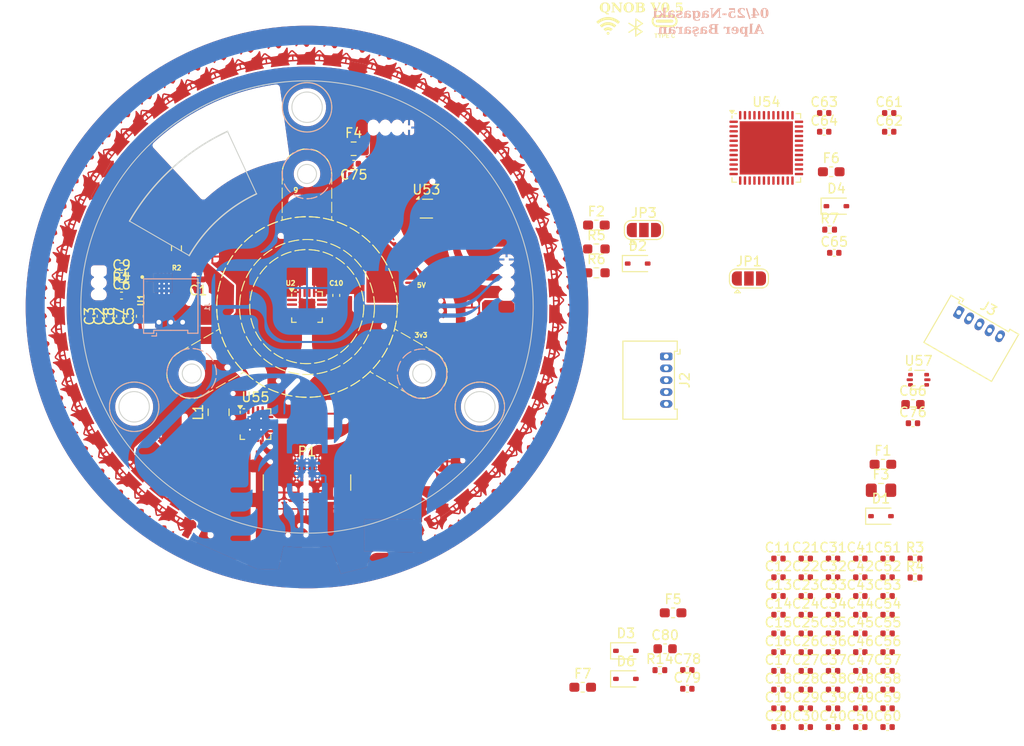
<source format=kicad_pcb>
(kicad_pcb (version 20241229) (generator "pcbnew") (generator_version "9.0")
  (layers (0 "F.Cu" signal) (2 "B.Cu" signal) (13 "F.Paste" user) (15 "B.Paste" user) (5 "F.SilkS" user "F.Silkscreen") (7 "B.SilkS" user "B.Silkscreen") (1 "F.Mask" user) (3 "B.Mask" user) (25 "Edge.Cuts" user))
  (net 0 "")
  (net 1 "GND")
  (net 2 "/Motor drive/CP")
  (net 3 "/Motor drive/MOT_A")
  (net 4 "/Motor drive/MOT_B")
  (net 5 "/Motor drive/MOT_C")
  (net 6 "VSYS_PROTECTED")
  (net 7 "/GPIO5")
  (net 8 "/GPIO8")
  (net 9 "/GPIO7")
  (net 10 "/GPIO6")
  (net 11 "/GPIO20")
  (net 12 "/GPIO21")
  (net 13 "/DRV8311_3v3")
  (net 14 "3V3_Protected")
  (net 15 "VSYS")
  (net 16 "/GPIO0")
  (net 17 "/LED_CTRL")
  (net 18 "Net-(U48-Dout)")
  (net 19 "/GPIO4")
  (net 20 "/GPIO3")
  (net 21 "/GPIO9")
  (net 22 "Net-(J2-Pin_1)")
  (net 23 "/leds/LED_Din")
  (net 24 "Net-(D3-K)")
  (net 25 "/encoder/MODE")
  (net 26 "/ENC_POWER")
  (net 27 "Net-(J3-Pin_5)")
  (net 31 "VBUS")
  (net 32 "Net-(P1-D-)")
  (net 33 "Net-(P1-D+)")
  (net 34 "Net-(U60-DEF)")
  (net 35 "Net-(U60-EN)")
  (net 36 "5V")
  (net 37 "Net-(U1-nFault)")
  (net 38 "Net-(U1-CS_GAIN)")
  (net 39 "Net-(U7-DIn)")
  (net 57 "Net-(U60-SS{slash}TR)")
  (net 58 "Net-(D6-K)")
  (net 59 "3V3")
  (net 60 "/MCU/GPIO21")
  (net 61 "/MCU/GPIO20")
  (net 62 "/MCU/D+")
  (net 63 "/MCU/D-")
  (net 64 "Net-(D1-K)")
  (net 65 "Net-(U55-DEF)")
  (net 66 "Net-(U55-EN)")
  (net 67 "Net-(U55-SS{slash}TR)")
  (net 68 "Net-(D4-K)")
  (net 70 "Net-(L1-Pad1)")
  (net 73 "Net-(U54-VSS-Pad23)")
  (footprint "Capacitor_SMD:C_0402_1005Metric" (layer "F.Cu") (at 55.35 30.41)
    (property "Reference" "C33" (at 0 -1.16 0) (layer "F.SilkS"))
    (property "Value" "100n 10V")
    (pad "1" smd roundrect (at -0.48 0) (size 0.56 0.62) (layers "F.Cu" "F.Mask" "F.Paste") (net 1 "GND"))
    (pad "2" smd roundrect (at 0.48 0) (size 0.56 0.62) (layers "F.Cu" "F.Mask" "F.Paste") (net 6 "VSYS_PROTECTED"))
  )
  (footprint "Fuse:Fuse_0603_1608Metric_Pad1.05x0.95mm_HandSolder" (layer "F.Cu") (at 29.01 40.01)
    (property "Reference" "F7" (at 0 -1.43 0) (layer "F.SilkS"))
    (property "Value" "200mA")
    (pad "1" smd roundrect (at -0.875 0) (size 1.05 0.95) (layers "F.Cu" "F.Mask" "F.Paste") (net 58 "Net-(D6-K)"))
    (pad "2" smd roundrect (at 0.875 0) (size 1.05 0.95) (layers "F.Cu" "F.Mask" "F.Paste") (net 59 "3V3"))
  )
  (footprint "Capacitor_SMD:C_0402_1005Metric" (layer "F.Cu") (at 52.48 34.35)
    (property "Reference" "C25" (at 0 -1.16 0) (layer "F.SilkS"))
    (property "Value" "100n 10V")
    (pad "1" smd roundrect (at -0.48 0) (size 0.56 0.62) (layers "F.Cu" "F.Mask" "F.Paste") (net 1 "GND"))
    (pad "2" smd roundrect (at 0.48 0) (size 0.56 0.62) (layers "F.Cu" "F.Mask" "F.Paste") (net 6 "VSYS_PROTECTED"))
  )
  (footprint "Capacitor_SMD:C_0402_1005Metric" (layer "F.Cu") (at 52.48 44.2)
    (property "Reference" "C30" (at 0 -1.16 0) (layer "F.SilkS"))
    (property "Value" "100n 10V")
    (pad "1" smd roundrect (at -0.48 0) (size 0.56 0.62) (layers "F.Cu" "F.Mask" "F.Paste") (net 1 "GND"))
    (pad "2" smd roundrect (at 0.48 0) (size 0.56 0.62) (layers "F.Cu" "F.Mask" "F.Paste") (net 6 "VSYS_PROTECTED"))
  )
  (footprint "Capacitor_SMD:C_0402_1005Metric" (layer "F.Cu") (at 49.61 30.41)
    (property "Reference" "C13" (at 0 -1.16 0) (layer "F.SilkS"))
    (property "Value" "100n 10V")
    (pad "1" smd roundrect (at -0.48 0) (size 0.56 0.62) (layers "F.Cu" "F.Mask" "F.Paste") (net 1 "GND"))
    (pad "2" smd roundrect (at 0.48 0) (size 0.56 0.62) (layers "F.Cu" "F.Mask" "F.Paste") (net 6 "VSYS_PROTECTED"))
  )
  (footprint "Capacitor_SMD:C_0402_1005Metric" (layer "F.Cu") (at 55.35 28.44)
    (property "Reference" "C32" (at 0 -1.16 0) (layer "F.SilkS"))
    (property "Value" "100n 10V")
    (pad "1" smd roundrect (at -0.48 0) (size 0.56 0.62) (layers "F.Cu" "F.Mask" "F.Paste") (net 1 "GND"))
    (pad "2" smd roundrect (at 0.48 0) (size 0.56 0.62) (layers "F.Cu" "F.Mask" "F.Paste") (net 6 "VSYS_PROTECTED"))
  )
  (footprint "Capacitor_SMD:C_0402_1005Metric" (layer "F.Cu") (at 49.61 32.38)
    (property "Reference" "C14" (at 0 -1.16 0) (layer "F.SilkS"))
    (property "Value" "100n 10V")
    (pad "1" smd roundrect (at -0.48 0) (size 0.56 0.62) (layers "F.Cu" "F.Mask" "F.Paste") (net 1 "GND"))
    (pad "2" smd roundrect (at 0.48 0) (size 0.56 0.62) (layers "F.Cu" "F.Mask" "F.Paste") (net 6 "VSYS_PROTECTED"))
  )
  (footprint "Capacitor_SMD:C_0402_1005Metric" (layer "F.Cu") (at 55.35 26.47)
    (property "Reference" "C31" (at 0 -1.16 0) (layer "F.SilkS"))
    (property "Value" "100n 10V")
    (pad "1" smd roundrect (at -0.48 0) (size 0.56 0.62) (layers "F.Cu" "F.Mask" "F.Paste") (net 1 "GND"))
    (pad "2" smd roundrect (at 0.48 0) (size 0.56 0.62) (layers "F.Cu" "F.Mask" "F.Paste") (net 6 "VSYS_PROTECTED"))
  )
  (footprint "symbols:bluetooth_2.5mm" (layer "F.Cu") (at 34.675833 -29.411146)
    (property "Reference" "G***" (hide yes))
    (property "Value" "LOGO" (hide yes))
  )
  (footprint "Capacitor_SMD:C_0402_1005Metric" (layer "F.Cu") (at 58.22 34.35)
    (property "Reference" "C45" (at 0 -1.16 0) (layer "F.SilkS"))
    (property "Value" "100n 10V")
    (pad "1" smd roundrect (at -0.48 0) (size 0.56 0.62) (layers "F.Cu" "F.Mask" "F.Paste") (net 1 "GND"))
    (pad "2" smd roundrect (at 0.48 0) (size 0.56 0.62) (layers "F.Cu" "F.Mask" "F.Paste") (net 6 "VSYS_PROTECTED"))
  )
  (footprint "symbols:wifi" (layer "F.Cu") (at 31.68 -29.58)
    (property "Reference" "G***" (hide yes))
    (property "Value" "LOGO" (hide yes))
  )
  (footprint "Fuse:Fuse_0805_2012Metric_Pad1.15x1.40mm_HandSolder" (layer "F.Cu") (at 4.907696 -16.65)
    (property "Reference" "F4" (at 0 -1.65 0) (layer "F.SilkS"))
    (property "Value" "1A")
    (pad "1" smd roundrect (at -1.025 0) (size 1.15 1.4) (layers "F.Cu" "F.Mask" "F.Paste") (roundrect_rratio 0.217391) (net 15 "VSYS"))
    (pad "2" smd roundrect (at 1.025 0) (size 1.15 1.4) (layers "F.Cu" "F.Mask" "F.Paste") (roundrect_rratio 0.217391) (net 6 "VSYS_PROTECTED"))
  )
  (footprint "Inductor_SMD:L_Wuerth_MAPI-2506" (layer "F.Cu") (at -9.3 11.075 90)
    (property "Reference" "L1" (at 0 -2.15 90) (layer "F.SilkS"))
    (property "Value" "2.2u")
    (pad "1" smd rect (at -0.975 0 90) (size 0.85 2.3) (layers "F.Cu" "F.Mask" "F.Paste") (net 70 "Net-(L1-Pad1)"))
    (pad "2" smd rect (at 0.975 0 90) (size 0.85 2.3) (layers "F.Cu" "F.Mask" "F.Paste") (net 68 "Net-(D4-K)"))
  )
  (footprint "Capacitor_SMD:C_0402_1005Metric" (layer "F.Cu") (at -18.621136 0.975068 90)
    (property "Reference" "C7" (at 0 -1.16 90) (layer "F.SilkS"))
    (property "Value" "10u")
    (pad "1" smd roundrect (at -0.48 0 90) (size 0.56 0.62) (layers "F.Cu" "F.Mask" "F.Paste") (net 1 "GND"))
    (pad "2" smd roundrect (at 0.48 0 90) (size 0.56 0.62) (layers "F.Cu" "F.Mask" "F.Paste") (net 6 "VSYS_PROTECTED"))
  )
  (footprint "Capacitor_SMD:C_0402_1005Metric" (layer "F.Cu") (at 61.09 34.35)
    (property "Reference" "C55" (at 0 -1.16 0) (layer "F.SilkS"))
    (property "Value" "100n 10V")
    (pad "1" smd roundrect (at -0.48 0) (size 0.56 0.62) (layers "F.Cu" "F.Mask" "F.Paste") (net 1 "GND"))
    (pad "2" smd roundrect (at 0.48 0) (size 0.56 0.62) (layers "F.Cu" "F.Mask" "F.Paste") (net 6 "VSYS_PROTECTED"))
  )
  (footprint "Fuse:Fuse_0603_1608Metric_Pad1.05x0.95mm_HandSolder" (layer "F.Cu") (at 38.52 32.18)
    (property "Reference" "F5" (at 0 -1.43 0) (layer "F.SilkS"))
    (property "Value" "500m")
    (pad "1" smd roundrect (at -0.875 0) (size 1.05 0.95) (layers "F.Cu" "F.Mask" "F.Paste"))
    (pad "2" smd roundrect (at 0.875 0) (size 1.05 0.95) (layers "F.Cu" "F.Mask" "F.Paste") (net 14 "3V3_Protected"))
  )
  (footprint "Capacitor_SMD:C_0402_1005Metric" (layer "F.Cu") (at 52.48 40.26)
    (property "Reference" "C28" (at 0 -1.16 0) (layer "F.SilkS"))
    (property "Value" "100n 10V")
    (pad "1" smd roundrect (at -0.48 0) (size 0.56 0.62) (layers "F.Cu" "F.Mask" "F.Paste") (net 1 "GND"))
    (pad "2" smd roundrect (at 0.48 0) (size 0.56 0.62) (layers "F.Cu" "F.Mask" "F.Paste") (net 6 "VSYS_PROTECTED"))
  )
  (footprint "Capacitor_SMD:C_0402_1005Metric" (layer "F.Cu") (at 52.48 36.32)
    (property "Reference" "C26" (at 0 -1.16 0) (layer "F.SilkS"))
    (property "Value" "100n 10V")
    (pad "1" smd roundrect (at -0.48 0) (size 0.56 0.62) (layers "F.Cu" "F.Mask" "F.Paste") (net 1 "GND"))
    (pad "2" smd roundrect (at 0.48 0) (size 0.56 0.62) (layers "F.Cu" "F.Mask" "F.Paste") (net 6 "VSYS_PROTECTED"))
  )
  (footprint "Capacitor_SMD:C_0402_1005Metric" (layer "F.Cu") (at -19.505 -2.240001)
    (property "Reference" "C4" (at 0 -1.16 0) (layer "F.SilkS"))
    (property "Value" "10u")
    (pad "1" smd roundrect (at -0.48 0) (size 0.56 0.62) (layers "F.Cu" "F.Mask" "F.Paste") (net 1 "GND"))
    (pad "2" smd roundrect (at 0.48 0) (size 0.56 0.62) (layers "F.Cu" "F.Mask" "F.Paste") (net 6 "VSYS_PROTECTED"))
  )
  (footprint "Capacitor_SMD:C_0402_1005Metric" (layer "F.Cu") (at 55.35 42.23)
    (property "Reference" "C39" (at 0 -1.16 0) (layer "F.SilkS"))
    (property "Value" "100n 10V")
    (pad "1" smd roundrect (at -0.48 0) (size 0.56 0.62) (layers "F.Cu" "F.Mask" "F.Paste") (net 1 "GND"))
    (pad "2" smd roundrect (at 0.48 0) (size 0.56 0.62) (layers "F.Cu" "F.Mask" "F.Paste") (net 6 "VSYS_PROTECTED"))
  )
  (footprint "Capacitor_SMD:C_0402_1005Metric" (layer "F.Cu") (at 55.35 40.26)
    (property "Reference" "C38" (at 0 -1.16 0) (layer "F.SilkS"))
    (property "Value" "100n 10V")
    (pad "1" smd roundrect (at -0.48 0) (size 0.56 0.62) (layers "F.Cu" "F.Mask" "F.Paste") (net 1 "GND"))
    (pad "2" smd roundrect (at 0.48 0) (size 0.56 0.62) (layers "F.Cu" "F.Mask" "F.Paste") (net 6 "VSYS_PROTECTED"))
  )
  (footprint "Capacitor_SMD:C_0402_1005Metric" (layer "F.Cu") (at 52.48 38.29)
    (property "Reference" "C27" (at 0 -1.16 0) (layer "F.SilkS"))
    (property "Value" "100n 10V")
    (pad "1" smd roundrect (at -0.48 0) (size 0.56 0.62) (layers "F.Cu" "F.Mask" "F.Paste") (net 1 "GND"))
    (pad "2" smd roundrect (at 0.48 0) (size 0.56 0.62) (layers "F.Cu" "F.Mask" "F.Paste") (net 6 "VSYS_PROTECTED"))
  )
  (footprint "Capacitor_SMD:C_0402_1005Metric" (layer "F.Cu") (at 58.22 38.29)
    (property "Reference" "C47" (at 0 -1.16 0) (layer "F.SilkS"))
    (property "Value" "100n 10V")
    (pad "1" smd roundrect (at -0.48 0) (size 0.56 0.62) (layers "F.Cu" "F.Mask" "F.Paste") (net 1 "GND"))
    (pad "2" smd roundrect (at 0.48 0) (size 0.56 0.62) (layers "F.Cu" "F.Mask" "F.Paste") (net 6 "VSYS_PROTECTED"))
  )
  (footprint "Capacitor_SMD:C_0402_1005Metric" (layer "F.Cu") (at 58.22 30.41)
    (property "Reference" "C43" (at 0 -1.16 0) (layer "F.SilkS"))
    (property "Value" "100n 10V")
    (pad "1" smd roundrect (at -0.48 0) (size 0.56 0.62) (layers "F.Cu" "F.Mask" "F.Paste") (net 1 "GND"))
    (pad "2" smd roundrect (at 0.48 0) (size 0.56 0.62) (layers "F.Cu" "F.Mask" "F.Paste") (net 6 "VSYS_PROTECTED"))
  )
  (footprint "Capacitor_SMD:C_0402_1005Metric" (layer "F.Cu") (at 49.61 26.47)
    (property "Reference" "C11" (at 0 -1.16 0) (layer "F.SilkS"))
    (property "Value" "4.7u")
    (pad "1" smd roundrect (at -0.48 0) (size 0.56 0.62) (layers "F.Cu" "F.Mask" "F.Paste") (net 1 "GND"))
    (pad "2" smd roundrect (at 0.48 0) (size 0.56 0.62) (layers "F.Cu" "F.Mask" "F.Paste") (net 13 "/DRV8311_3v3"))
  )
  (footprint "Capacitor_SMD:C_0402_1005Metric" (layer "F.Cu") (at 54.42 -18.44)
    (property "Reference" "C64" (at 0 -1.16 0) (layer "F.SilkS"))
    (property "Value" "10u")
    (pad "1" smd roundrect (at -0.48 0) (size 0.56 0.62) (layers "F.Cu" "F.Mask" "F.Paste") (net 65 "Net-(U55-DEF)"))
    (pad "2" smd roundrect (at 0.48 0) (size 0.56 0.62) (layers "F.Cu" "F.Mask" "F.Paste") (net 66 "Net-(U55-EN)"))
  )
  (footprint "Capacitor_SMD:C_0603_1608Metric" (layer "F.Cu") (at 63.76 10.26)
    (property "Reference" "C66" (at 0 -1.43 0) (layer "F.SilkS"))
    (property "Value" "22u")
    (pad "1" smd roundrect (at -0.775 0) (size 0.9 0.95) (layers "F.Cu" "F.Mask" "F.Paste") (net 68 "Net-(D4-K)"))
    (pad "2" smd roundrect (at 0.775 0) (size 0.9 0.95) (layers "F.Cu" "F.Mask" "F.Paste") (net 1 "GND"))
  )
  (footprint "Capacitor_SMD:C_0402_1005Metric" (layer "F.Cu") (at 61.26 -18.44)
    (property "Reference" "C62" (at 0 -1.16 0) (layer "F.SilkS"))
    (property "Value" "100n 10V")
    (pad "1" smd roundrect (at -0.48 0) (size 0.56 0.62) (layers "F.Cu" "F.Mask" "F.Paste") (net 1 "GND"))
    (pad "2" smd roundrect (at 0.48 0) (size 0.56 0.62) (layers "F.Cu" "F.Mask" "F.Paste") (net 6 "VSYS_PROTECTED"))
  )
  (footprint "Capacitor_SMD:C_0402_1005Metric" (layer "F.Cu") (at 49.61 34.35)
    (property "Reference" "C15" (at 0 -1.16 0) (layer "F.SilkS"))
    (property "Value" "100n 10V")
    (pad "1" smd roundrect (at -0.48 0) (size 0.56 0.62) (layers "F.Cu" "F.Mask" "F.Paste") (net 1 "GND"))
    (pad "2" smd roundrect (at 0.48 0) (size 0.56 0.62) (layers "F.Cu" "F.Mask" "F.Paste") (net 6 "VSYS_PROTECTED"))
  )
  (footprint "Resistor_SMD:R_0402_1005Metric" (layer "F.Cu") (at -19.545 -4.250001 180)
    (property "Reference" "R1" (at 0 -1.17 0) (layer "F.SilkS"))
    (property "Value" "4.7k")
    (pad "1" smd roundrect (at -0.51 0 180) (size 0.54 0.64) (layers "F.Cu" "F.Mask" "F.Paste") (net 37 "Net-(U1-nFault)"))
    (pad "2" smd roundrect (at 0.51 0 180) (size 0.54 0.64) (layers "F.Cu" "F.Mask" "F.Paste") (net 13 "/DRV8311_3v3"))
  )
  (footprint "Capacitor_SMD:C_0402_1005Metric" (layer "F.Cu") (at 61.09 28.44)
    (property "Reference" "C52" (at 0 -1.16 0) (layer "F.SilkS"))
    (property "Value" "100n 10V")
    (pad "1" smd roundrect (at -0.48 0) (size 0.56 0.62) (layers "F.Cu" "F.Mask" "F.Paste") (net 1 "GND"))
    (pad "2" smd roundrect (at 0.48 0) (size 0.56 0.62) (layers "F.Cu" "F.Mask" "F.Paste") (net 6 "VSYS_PROTECTED"))
  )
  (footprint "Capacitor_SMD:C_0402_1005Metric" (layer "F.Cu") (at 49.61 28.44)
    (property "Reference" "C12" (at 0 -1.16 0) (layer "F.SilkS"))
    (property "Value" "100n")
    (pad "1" smd roundrect (at -0.48 0) (size 0.56 0.62) (layers "F.Cu" "F.Mask" "F.Paste") (net 1 "GND"))
    (pad "2" smd roundrect (at 0.48 0) (size 0.56 0.62) (layers "F.Cu" "F.Mask" "F.Paste") (net 26 "/ENC_POWER"))
  )
  (footprint "Capacitor_SMD:C_0402_1005Metric" (layer "F.Cu") (at 4.922696 -15.070001 180)
    (property "Reference" "C75" (at 0 -1.16 180) (layer "F.SilkS"))
    (property "Value" "10u")
    (pad "1" smd roundrect (at -0.48 0 180) (size 0.56 0.62) (layers "F.Cu" "F.Mask" "F.Paste") (net 1 "GND"))
    (pad "2" smd roundrect (at 0.48 0 180) (size 0.56 0.62) (layers "F.Cu" "F.Mask" "F.Paste") (net 6 "VSYS_PROTECTED"))
  )
  (footprint "Diode_SMD:D_SOD-323" (layer "F.Cu") (at 34.795 -4.57)
    (property "Reference" "D2" (at 0 -1.85 0) (layer "F.SilkS"))
    (property "Value" "ESD5Zxx")
    (pad "1" smd roundrect (at -1.05 0) (size 0.6 0.45) (layers "F.Cu" "F.Mask" "F.Paste") (net 6 "VSYS_PROTECTED"))
    (pad "2" smd roundrect (at 1.05 0) (size 0.6 0.45) (layers "F.Cu" "F.Mask" "F.Paste") (net 1 "GND"))
  )
  (footprint "Connector_USB:USB_C_Receptacle_GCT_USB4135-GF-A_6P_TopMnt_Horizontal" (layer "F.Cu") (at 0 19.7)
    (property "Reference" "P1" (at 0 -4.5 0) (layer "F.SilkS"))
    (property "Value" "USB_C_Plug_USB2.0")
    (pad "A5" smd roundrect (at -0.5 -3.0325) (size 0.7 1.2) (layers "F.Cu" "F.Mask" "F.Paste"))
    (pad "A9" smd roundrect (at 1.52 -3.0325 180) (size 0.76 1.2) (layers "F.Cu" "F.Mask" "F.Paste") (net 31 "VBUS"))
    (pad "A12" smd roundrect (at 2.75 -3.0325 180) (size 0.8 1.2) (layers "F.Cu" "F.Mask" "F.Paste") (net 1 "GND"))
    (pad "B5" smd roundrect (at 0.5 -3.0325 180) (size 0.7 1.2) (layers "F.Cu" "F.Mask" "F.Paste"))
    (pad "B9" smd roundrect (at -1.52 -3.0325) (size 0.76 1.2) (layers "F.Cu" "F.Mask" "F.Paste") (net 31 "VBUS"))
    (pad "B12" smd roundrect (at -2.75 -3.0325) (size 0.8 1.2) (layers "F.Cu" "F.Mask" "F.Paste") (net 1 "GND"))
    (pad "S1" smd roundrect (at -5.125 -2.9775) (size 1.8 1.35) (layers "F.Cu" "F.Mask" "F.Paste") (roundrect_rratio 0.1851851852) (net 1 "GND"))
    (pad "S1" smd roundrect (at -5.125 0.6025) (size 1.8 1.5) (layers "F.Cu" "F.Mask" "F.Paste") (roundrect_rratio 0.1666666667) (net 1 "GND"))
    (pad "S1" smd roundrect (at 5.125 -2.9775) (size 1.8 1.35) (layers "F.Cu" "F.Mask" "F.Paste") (roundrect_rratio 0.1851851852) (net 1 "GND"))
    (pad "S1" smd roundrect (at 5.125 0.6025) (size 1.8 1.5) (layers "F.Cu" "F.Mask" "F.Paste") (roundrect_rratio 0.1666666667) (net 1 "GND"))
  )
  (footprint "Capacitor_SMD:C_0402_1005Metric" (layer "F.Cu") (at 55.35 32.38)
    (property "Reference" "C34" (at 0 -1.16 0) (layer "F.SilkS"))
    (property "Value" "100n 10V")
    (pad "1" smd roundrect (at -0.48 0) (size 0.56 0.62) (layers "F.Cu" "F.Mask" "F.Paste") (net 1 "GND"))
    (pad "2" smd roundrect (at 0.48 0) (size 0.56 0.62) (layers "F.Cu" "F.Mask" "F.Paste") (net 6 "VSYS_PROTECTED"))
  )
  (footprint "Package_DFN_QFN:IC_DRV8311HRRWR" (layer "F.Cu") (at -15.035 -1.95)
    (property "Reference" "U1" (at -2.429004 1.21278 90) (layer "F.SilkS") (effects (font (size 0.64 0.64))))
    (property "Value" "~")
    (pad "1" smd roundrect (at -1.465 -1.200001) (size 0.47 0.2) (layers "F.Cu" "F.Paste") (roundrect_rratio 0.04) (net 37 "Net-(U1-nFault)"))
    (pad "2" smd roundrect (at -1.465 -0.8) (size 0.47 0.2) (layers "F.Cu" "F.Paste") (roundrect_rratio 0.04) (net 13 "/DRV8311_3v3"))
    (pad "3" smd roundrect (at -1.465 -0.4) (size 0.47 0.2) (layers "F.Cu" "F.Paste") (roundrect_rratio 0.04))
    (pad "4" smd roundrect (at -1.464999 -0.000001) (size 0.47 0.2) (layers "F.Cu" "F.Paste") (roundrect_rratio 0.04))
    (pad "5" smd roundrect (at -1.465 0.4) (size 0.47 0.2) (layers "F.Cu" "F.Paste") (roundrect_rratio 0.04))
    (pad "6" smd roundrect (at -1.465 0.8) (size 0.47 0.2) (layers "F.Cu" "F.Paste") (roundrect_rratio 0.04) (net 2 "/Motor drive/CP"))
    (pad "7" smd roundrect (at -1.465 1.200001) (size 0.47 0.2) (layers "F.Cu" "F.Paste") (roundrect_rratio 0.04) (net 6 "VSYS_PROTECTED"))
    (pad "8" smd roundrect (at -0.67 1.465) (size 0.2 0.47) (layers "F.Cu" "F.Paste") (roundrect_rratio 0.09) (net 6 "VSYS_PROTECTED"))
    (pad "9" smd roundrect (at -0.27 1.465) (size 0.2 0.47) (layers "F.Cu" "F.Paste") (roundrect_rratio 0.09) (net 1 "GND"))
    (pad "10" smd roundrect (at 0.129998 1.465) (size 0.2 0.47) (layers "F.Cu" "F.Paste") (roundrect_rratio 0.09) (net 3 "/Motor drive/MOT_A"))
    (pad "11" smd roundrect (at 0.529999 1.465) (size 0.2 0.47) (layers "F.Cu" "F.Paste") (roundrect_rratio 0.09) (net 4 "/Motor drive/MOT_B"))
    (pad "12" smd roundrect (at 0.93 1.465) (size 0.2 0.47) (layers "F.Cu" "F.Paste") (roundrect_rratio 0.09) (net 5 "/Motor drive/MOT_C"))
    (pad "13" smd roundrect (at 1.465 1.200001) (size 0.47 0.2) (layers "F.Cu" "F.Paste") (roundrect_rratio 0.04) (net 10 "/GPIO6"))
    (pad "14" smd roundrect (at 1.465 0.8) (size 0.47 0.2) (layers "F.Cu" "F.Paste") (roundrect_rratio 0.04) (net 9 "/GPIO7"))
    (pad "15" smd roundrect (at 1.465 0.4) (size 0.47 0.2) (layers "F.Cu" "F.Paste") (roundrect_rratio 0.04) (net 8 "/GPIO8"))
    (pad "16" smd roundrect (at 1.464999 0.000001) (size 0.47 0.2) (layers "F.Cu" "F.Paste") (roundrect_rratio 0.04) (net 1 "GND"))
    (pad "17" smd roundrect (at 1.465 -0.4) (size 0.47 0.2) (layers "F.Cu" "F.Paste") (roundrect_rratio 0.04) (net 13 "/DRV8311_3v3"))
    (pad "18" smd roundrect (at 1.465 -0.8) (size 0.47 0.2) (layers "F.Cu" "F.Paste") (roundrect_rratio 0.04) (net 13 "/DRV8311_3v3"))
    (pad "19" smd roundrect (at 1.465 -1.200001) (size 0.47 0.2) (layers "F.Cu" "F.Paste") (roundrect_rratio 0.04) (net 13 "/DRV8311_3v3"))
    (pad "20" smd roundrect (at 0.93 -1.465) (size 0.2 0.47) (layers "F.Cu" "F.Paste") (roundrect_rratio 0.09) (net 13 "/DRV8311_3v3"))
    (pad "21" smd roundrect (at 0.529999 -1.465) (size 0.2 0.47) (layers "F.Cu" "F.Paste") (roundrect_rratio 0.09) (net 38 "Net-(U1-CS_GAIN)"))
    (pad "22" smd roundrect (at 0.129998 -1.465) (size 0.2 0.47) (layers "F.Cu" "F.Paste") (roundrect_rratio 0.09) (net 13 "/DRV8311_3v3"))
    (pad "23" smd roundrect (at -0.27 -1.465) (size 0.2 0.47) (layers "F.Cu" "F.Paste") (roundrect_rratio 0.09) (net 13 "/DRV8311_3v3"))
    (pad "24" smd roundrect (at -0.67 -1.465) (size 0.2 0.47) (layers "F.Cu" "F.Paste") (roundrect_rratio 0.09) (net 7 "/GPIO5"))
    (pad "25" thru_hole circle (at -0.5 -0.5) (size 0.3 0.3) (drill 0.2) (layers "*.Cu") (net 1 "GND"))
    (pad "25" thru_hole circle (at -0.5 0.5) (size 0.3 0.3) (drill 0.2) (layers "*.Cu") (net 1 "GND"))
    (pad "25" thru_hole circle (at -0.499999 -0.000001) (size 0.3 0.3) (drill 0.2) (layers "*.Cu") (net 1 "GND"))
    (pad "25" thru_hole circle (at -0.000001 0.499999) (size 0.3 0.3) (drill 0.2) (layers "*.Cu") (net 1 "GND"))
    (pad "25" thru_hole circle (at 0 0) (size 0.3 0.3) (drill 0.2) (layers "*.Cu") (net 1 "GND"))
    (pad "25" smd rect (at 0 0) (size 1.9 1.9) (layers "F.Cu" "F.Mask") (net 1 "GND"))
    (pad "25" thru_hole circle (at 0.000001 -0.499999) (size 0.3 0.3) (drill 0.2) (layers "*.Cu") (net 1 "GND"))
    (pad "25" thru_hole circle (at 0.499999 0.000001) (size 0.3 0.3) (drill 0.2) (layers "*.Cu") (net 1 "GND"))
    (pad "25" thru_hole circle (at 0.5 -0.5) (size 0.3 0.3) (drill 0.2) (layers "*.Cu") (net 1 "GND"))
    (pad "25" thru_hole circle (at 0.5 0.5) (size 0.3 0.3) (drill 0.2) (layers "*.Cu") (net 1 "GND"))
  )
  (footprint "Package_TO_SOT_SMD:SOT-666" (layer "F.Cu") (at 64.35 7.655)
    (property "Reference" "U57" (at 0 -2 0) (layer "F.SilkS"))
    (property "Value" "USBLC6-2P6")
    (pad "1" smd roundrect (at -0.85 -0.5375) (size 0.5 0.375) (layers "F.Cu" "F.Mask" "F.Paste") (net 32 "Net-(P1-D-)"))
    (pad "2" smd roundrect (at -0.925 0) (size 0.65 0.3) (layers "F.Cu" "F.Mask" "F.Paste") (net 1 "GND"))
    (pad "3" smd roundrect (at -0.85 0.5375) (size 0.5 0.375) (layers "F.Cu" "F.Mask" "F.Paste") (net 33 "Net-(P1-D+)"))
    (pad "4" smd roundrect (at 0.85 0.5375) (size 0.5 0.375) (layers "F.Cu" "F.Mask" "F.Paste") (net 62 "/MCU/D+"))
    (pad "5" smd roundrect (at 0.925 0) (size 0.65 0.3) (layers "F.Cu" "F.Mask" "F.Paste") (net 24 "Net-(D3-K)"))
    (pad "6" smd roundrect (at 0.85 -0.5375) (size 0.5 0.375) (layers "F.Cu" "F.Mask" "F.Paste") (net 63 "/MCU/D-"))
  )
  (footprint "Capacitor_SMD:C_0402_1005Metric" (layer "F.Cu") (at 61.09 38.29)
    (property "Reference" "C57" (at 0 -1.16 0) (layer "F.SilkS"))
    (property "Value" "100n 10V")
    (pad "1" smd roundrect (at -0.48 0) (size 0.56 0.62) (layers "F.Cu" "F.Mask" "F.Paste") (net 1 "GND"))
    (pad "2" smd roundrect (at 0.48 0) (size 0.56 0.62) (layers "F.Cu" "F.Mask" "F.Paste") (net 6 "VSYS_PROTECTED"))
  )
  (footprint "Diode_SMD:D_SOD-323" (layer "F.Cu") (at 33.555 36.18)
    (property "Reference" "D3" (at 0 -1.85 0) (layer "F.SilkS"))
    (property "Value" "ESD5Zxx")
    (pad "1" smd roundrect (at -1.05 0) (size 0.6 0.45) (layers "F.Cu" "F.Mask" "F.Paste") (net 14 "3V3_Protected"))
    (pad "2" smd roundrect (at 1.05 0) (size 0.6 0.45) (layers "F.Cu" "F.Mask" "F.Paste") (net 1 "GND"))
  )
  (footprint "Capacitor_SMD:C_0402_1005Metric" (layer "F.Cu") (at 63.76 12.23)
    (property "Reference" "C76" (at 0 -1.16 0) (layer "F.SilkS"))
    (property "Value" "10u")
    (pad "1" smd roundrect (at -0.48 0) (size 0.56 0.62) (layers "F.Cu" "F.Mask" "F.Paste") (net 1 "GND"))
    (pad "2" smd roundrect (at 0.48 0) (size 0.56 0.62) (layers "F.Cu" "F.Mask" "F.Paste") (net 36 "5V"))
  )
  (footprint "Resistor_SMD:R_0603_1608Metric_Pad0.98x0.95mm_HandSolder" (layer "F.Cu") (at 30.45 -3.6)
    (property "Reference" "R6" (at 0 -1.43 0) (layer "F.SilkS"))
    (property "Value" "4.7k")
    (pad "1" smd roundrect (at -0.9125 0) (size 0.975 0.95) (layers "F.Cu" "F.Mask" "F.Paste") (net 61 "/MCU/GPIO20"))
    (pad "2" smd roundrect (at 0.9125 0) (size 0.975 0.95) (layers "F.Cu" "F.Mask" "F.Paste") (net 14 "3V3_Protected"))
  )
  (footprint "Capacitor_SMD:C_0402_1005Metric" (layer "F.Cu") (at 49.61 44.2)
    (property "Reference" "C20" (at 0 -1.16 0) (layer "F.SilkS"))
    (property "Value" "100n 10V")
    (pad "1" smd roundrect (at -0.48 0) (size 0.56 0.62) (layers "F.Cu" "F.Mask" "F.Paste") (net 1 "GND"))
    (pad "2" smd roundrect (at 0.48 0) (size 0.56 0.62) (layers "F.Cu" "F.Mask" "F.Paste") (net 6 "VSYS_PROTECTED"))
  )
  (footprint "Capacitor_SMD:C_0402_1005Metric" (layer "F.Cu") (at 61.09 40.26)
    (property "Reference" "C58" (at 0 -1.16 0) (layer "F.SilkS"))
    (property "Value" "100n 10V")
    (pad "1" smd roundrect (at -0.48 0) (size 0.56 0.62) (layers "F.Cu" "F.Mask" "F.Paste") (net 1 "GND"))
    (pad "2" smd roundrect (at 0.48 0) (size 0.56 0.62) (layers "F.Cu" "F.Mask" "F.Paste") (net 6 "VSYS_PROTECTED"))
  )
  (footprint "Capacitor_SMD:C_0402_1005Metric" (layer "F.Cu") (at 40.02 40.17)
    (property "Reference" "C79" (at 0 -1.16 0) (layer "F.SilkS"))
    (property "Value" "3.3n")
    (pad "1" smd roundrect (at -0.48 0) (size 0.56 0.62) (layers "F.Cu" "F.Mask" "F.Paste") (net 57 "Net-(U60-SS{slash}TR)"))
    (pad "2" smd roundrect (at 0.48 0) (size 0.56 0.62) (layers "F.Cu" "F.Mask" "F.Paste") (net 34 "Net-(U60-DEF)"))
  )
  (footprint "Capacitor_SMD:C_0402_1005Metric" (layer "F.Cu") (at 58.22 32.38)
    (property "Reference" "C44" (at 0 -1.16 0) (layer "F.SilkS"))
    (property "Value" "100n 10V")
    (pad "1" smd roundrect (at -0.48 0) (size 0.56 0.62) (layers "F.Cu" "F.Mask" "F.Paste") (net 1 "GND"))
    (pad "2" smd roundrect (at 0.48 0) (size 0.56 0.62) (layers "F.Cu" "F.Mask" "F.Paste") (net 6 "VSYS_PROTECTED"))
  )
  (footprint "Capacitor_SMD:C_0402_1005Metric" (layer "F.Cu") (at 55.35 44.2)
    (property "Reference" "C40" (at 0 -1.16 0) (layer "F.SilkS"))
    (property "Value" "100n 10V")
    (pad "1" smd roundrect (at -0.48 0) (size 0.56 0.62) (layers "F.Cu" "F.Mask" "F.Paste") (net 1 "GND"))
    (pad "2" smd roundrect (at 0.48 0) (size 0.56 0.62) (layers "F.Cu" "F.Mask" "F.Paste") (net 6 "VSYS_PROTECTED"))
  )
  (footprint "Capacitor_SMD:C_0402_1005Metric" (layer "F.Cu") (at 52.48 26.47)
    (property "Reference" "C21" (at 0 -1.16 0) (layer "F.SilkS"))
    (property "Value" "100n 10V")
    (pad "1" smd roundrect (at -0.48 0) (size 0.56 0.62) (layers "F.Cu" "F.Mask" "F.Paste") (net 1 "GND"))
    (pad "2" smd roundrect (at 0.48 0) (size 0.56 0.62) (layers "F.Cu" "F.Mask" "F.Paste") (net 6 "VSYS_PROTECTED"))
  )
  (footprint "Capacitor_SMD:C_0402_1005Metric" (layer "F.Cu") (at -19.515 -3.250001)
    (property "Reference" "C9" (at 0 -1.16 0) (layer "F.SilkS"))
    (property "Value" "100n")
    (pad "1" smd roundrect (at -0.48 0) (size 0.56 0.62) (layers "F.Cu" "F.Mask" "F.Paste") (net 1 "GND"))
    (pad "2" smd roundrect (at 0.48 0) (size 0.56 0.62) (layers "F.Cu" "F.Mask" "F.Paste") (net 6 "VSYS_PROTECTED"))
  )
  (footprint "Fuse:Fuse_0603_1608Metric_Pad1.05x0.95mm_HandSolder" (layer "F.Cu") (at 60.6 16.55)
    (property "Reference" "F1" (at 0 -1.43 0) (layer "F.SilkS"))
    (property "Value" "500m")
    (pad "1" smd roundrect (at -0.875 0) (size 1.05 0.95) (layers "F.Cu" "F.Mask" "F.Paste") (net 36 "5V"))
    (pad "2" smd roundrect (at 0.875 0) (size 1.05 0.95) (layers "F.Cu" "F.Mask" "F.Paste") (net 22 "Net-(J2-Pin_1)"))
  )
  (footprint "Package_DFN_QFN:VQFN-16-1EP_3x3mm_P0.5mm_EP1.68x1.68mm_ThermalVias" (layer "F.Cu") (at -5.42 12.32)
    (property "Reference" "U55" (at 0 -2.83 0) (layer "F.SilkS"))
    (property "Value" "TPS62130")
    (pad "1" smd roundrect (at -1.4625 -0.75) (size 0.825 0.25) (layers "F.Cu" "F.Mask" "F.Paste") (net 70 "Net-(L1-Pad1)"))
    (pad "2" smd roundrect (at -1.4625 -0.25) (size 0.825 0.25) (layers "F.Cu" "F.Mask" "F.Paste") (net 70 "Net-(L1-Pad1)"))
    (pad "3" smd roundrect (at -1.4625 0.25) (size 0.825 0.25) (layers "F.Cu" "F.Mask" "F.Paste") (net 70 "Net-(L1-Pad1)"))
    (pad "4" smd roundrect (at -1.4625 0.75) (size 0.825 0.25) (layers "F.Cu" "F.Mask" "F.Paste") (net 1 "GND"))
    (pad "5" smd roundrect (at -0.75 1.4625) (size 0.25 0.825) (layers "F.Cu" "F.Mask" "F.Paste") (net 1 "GND"))
    (pad "6" smd roundrect (at -0.25 1.4625) (size 0.25 0.825) (layers "F.Cu" "F.Mask" "F.Paste") (net 1 "GND"))
    (pad "7" smd roundrect (at 0.25 1.4625) (size 0.25 0.825) (layers "F.Cu" "F.Mask" "F.Paste") (net 65 "Net-(U55-DEF)"))
    (pad "8" smd roundrect (at 0.75 1.4625) (size 0.25 0.825) (layers "F.Cu" "F.Mask" "F.Paste") (net 65 "Net-(U55-DEF)"))
    (pad "9" smd roundrect (at 1.4625 0.75) (size 0.825 0.25) (layers "F.Cu" "F.Mask" "F.Paste") (net 67 "Net-(U55-SS{slash}TR)"))
    (pad "10" smd roundrect (at 1.4625 0.25) (size 0.825 0.25) (layers "F.Cu" "F.Mask" "F.Paste") (net 66 "Net-(U55-EN)"))
    (pad "11" smd roundrect (at 1.4625 -0.25) (size 0.825 0.25) (layers "F.Cu" "F.Mask" "F.Paste") (net 66 "Net-(U55-EN)"))
    (pad "12" smd roundrect (at 1.4625 -0.75) (size 0.825 0.25) (layers "F.Cu" "F.Mask" "F.Paste") (net 66 "Net-(U55-EN)"))
    (pad "13" smd roundrect (at 0.75 -1.4625) (size 0.25 0.825) (layers "F.Cu" "F.Mask" "F.Paste") (net 66 "Net-(U55-EN)"))
    (pad "14" smd roundrect (at 0.25 -1.4625) (size 0.25 0.825) (layers "F.Cu" "F.Mask" "F.Paste") (net 68 "Net-(D4-K)"))
    (pad "15" smd roundrect (at -0.25 -1.4625) (size 0.25 0.825) (layers "F.Cu" "F.Mask" "F.Paste") (net 1 "GND"))
    (pad "16" smd roundrect (at -0.75 -1.4625) (size 0.25 0.825) (layers "F.Cu" "F.Mask" "F.Paste") (net 1 "GND"))
    (pad "17" thru_hole circle (at -0.59 -0.59) (size 0.5 0.5) (drill 0.2) (property pad_prop_heatsink) (layers "*.Cu") (net 1 "GND"))
    (pad "17" thru_hole circle (at -0.59 0.59) (size 0.5 0.5) (drill 0.2) (property pad_prop_heatsink) (layers "*.Cu") (net 1 "GND"))
    (pad "17" smd rect (at 0 0) (size 1.68 1.68) (property pad_prop_heatsink) (layers "F.Cu" "F.Mask") (net 1 "GND"))
    (pad "17" smd rect (at 0 0) (size 1.68 1.68) (property pad_prop_heatsink) (layers "B.Cu") (net 1 "GND"))
    (pad "17" thru_hole circle (at 0.59 -0.59) (size 0.5 0.5) (drill 0.2) (property pad_prop_heatsink) (layers "*.Cu") (net 1 "GND"))
    (pad "17" thru_hole circle (at 0.59 0.59) (size 0.5 0.5) (drill 0.2) (property pad_prop_heatsink) (layers "*.Cu") (net 1 "GND"))
  )
  (footprint "Capacitor_SMD:C_0402_1005Metric" (layer "F.Cu") (at 61.09 44.2)
    (property "Reference" "C60" (at 0 -1.16 0) (layer "F.SilkS"))
    (property "Value" "100n 10V")
    (pad "1" smd roundrect (at -0.48 0) (size 0.56 0.62) (layers "F.Cu" "F.Mask" "F.Paste") (net 1 "GND"))
    (pad "2" smd roundrect (at 0.48 0) (size 0.56 0.62) (layers "F.Cu" "F.Mask" "F.Paste") (net 6 "VSYS_PROTECTED"))
  )
  (footprint "Connector_Molex:Molex_PicoBlade_53048-0510_1x05_P1.25mm_Horizontal" (layer "F.Cu") (at 68.584937 0.577757 -30)
    (property "Reference" "J3" (at 2.5 -1.950001 150) (layer "F.SilkS"))
    (property "Value" "Conn_01x05")
    (pad "1" thru_hole roundrect (at 0 0 330) (size 0.8 1.3) (drill 0.5) (layers "*.Cu" "*.Mask") (net 1 "GND"))
    (pad "2" thru_hole oval (at 1.25 0 330) (size 0.8 1.3) (drill 0.5) (layers "*.Cu" "*.Mask") (net 19 "/GPIO4"))
    (pad "3" thru_hole oval (at 2.5 0 330) (size 0.8 1.3) (drill 0.5) (layers "*.Cu" "*.Mask") (net 20 "/GPIO3"))
    (pad "4" thru_hole oval (at 3.75 0 330) (size 0.8 1.3) (drill 0.5) (layers "*.Cu" "*.Mask") (net 17 "/LED_CTRL"))
    (pad "5" thru_hole oval (at 5 0 330) (size 0.8 1.3) (drill 0.5) (layers "*.Cu" "*.Mask") (net 27 "Net-(J3-Pin_5)"))
  )
  (footprint "Capacitor_SMD:C_0402_1005Metric" (layer "F.Cu") (at -11.455 -2.900001 180)
    (property "Reference" "C1" (at 0 -1.16 0) (layer "F.SilkS"))
    (property "Value" "10u")
    (pad "1" smd roundrect (at -0.48 0 180) (size 0.56 0.62) (layers "F.Cu" "F.Mask" "F.Paste") (net 1 "GND"))
    (pad "2" smd roundrect (at 0.48 0 180) (size 0.56 0.62) (layers "F.Cu" "F.Mask" "F.Paste") (net 6 "VSYS_PROTECTED"))
  )
  (footprint "Capacitor_SMD:C_0402_1005Metric" (layer "F.Cu") (at 58.22 40.26)
    (property "Reference" "C48" (at 0 -1.16 0) (layer "F.SilkS"))
    (property "Value" "100n 10V")
    (pad "1" smd roundrect (at -0.48 0) (size 0.56 0.62) (layers "F.Cu" "F.Mask" "F.Paste") (net 1 "GND"))
    (pad "2" smd roundrect (at 0.48 0) (size 0.56 0.62) (layers "F.Cu" "F.Mask" "F.Paste") (net 6 "VSYS_PROTECTED"))
  )
  (footprint "Capacitor_SMD:C_0402_1005Metric" (layer "F.Cu") (at 61.09 32.38)
    (property "Reference" "C54" (at 0 -1.16 0) (layer "F.SilkS"))
    (property "Value" "100n 10V")
    (pad "1" smd roundrect (at -0.48 0) (size 0.56 0.62) (layers "F.Cu" "F.Mask" "F.Paste") (net 1 "GND"))
    (pad "2" smd roundrect (at 0.48 0) (size 0.56 0.62) (layers "F.Cu" "F.Mask" "F.Paste") (net 6 "VSYS_PROTECTED"))
  )
  (footprint "Connector_Molex:Molex_PicoBlade_53048-0510_1x05_P1.25mm_Horizontal" (layer "F.Cu") (at 37.8 5.2 -90)
    (property "Reference" "J2" (at 2.5 -1.95 90) (layer "F.SilkS"))
    (property "Value" "Conn_01x05")
    (pad "1" thru_hole roundrect (at 0 0 270) (size 0.8 1.3) (drill 0.5) (layers "*.Cu" "*.Mask") (net 22 "Net-(J2-Pin_1)"))
    (pad "2" thru_hole oval (at 1.25 0 270) (size 0.8 1.3) (drill 0.5) (layers "*.Cu" "*.Mask") (net 16 "/GPIO0"))
    (pad "3" thru_hole oval (at 2.5 0 270) (size 0.8 1.3) (drill 0.5) (layers "*.Cu" "*.Mask") (net 12 "/GPIO21"))
    (pad "4" thru_hole oval (at 3.75 0 270) (size 0.8 1.3) (drill 0.5) (layers "*.Cu" "*.Mask") (net 11 "/GPIO20"))
    (pad "5" thru_hole oval (at 5 0 270) (size 0.8 1.3) (drill 0.5) (layers "*.Cu" "*.Mask") (net 1 "GND"))
  )
  (footprint "Resistor_SMD:R_0603_1608Metric_Pad0.98x0.95mm_HandSolder" (layer "F.Cu") (at 30.45 -6.11)
    (property "Reference" "R5" (at 0 -1.43 0) (layer "F.SilkS"))
    (property "Value" "4.7k")
    (pad "1" smd roundrect (at -0.9125 0) (size 0.975 0.95) (layers "F.Cu" "F.Mask" "F.Paste") (net 60 "/MCU/GPIO21"))
    (pad "2" smd roundrect (at 0.9125 0) (size 0.975 0.95) (layers "F.Cu" "F.Mask" "F.Paste") (net 14 "3V3_Protected"))
  )
  (footprint "Capacitor_SMD:C_0402_1005Metric" (layer "F.Cu") (at 61.09 26.47)
    (property "Reference" "C51" (at 0 -1.16 0) (layer "F.SilkS"))
    (property "Value" "100n 10V")
    (pad "1" smd roundrect (at -0.48 0) (size 0.56 0.62) (layers "F.Cu" "F.Mask" "F.Paste") (net 1 "GND"))
    (pad "2" smd roundrect (at 0.48 0) (size 0.56 0.62) (layers "F.Cu" "F.Mask" "F.Paste") (net 6 "VSYS_PROTECTED"))
  )
  (footprint "Diode_SMD:D_SOD-323" (layer "F.Cu") (at 33.555 39.13)
    (property "Reference" "D6" (at 0 -1.85 0) (layer "F.SilkS"))
    (property "Value" "ESD5Zxx")
    (pad "1" smd roundrect (at -1.05 0) (size 0.6 0.45) (layers "F.Cu" "F.Mask" "F.Paste") (net 58 "Net-(D6-K)"))
    (pad "2" smd roundrect (at 1.05 0) (size 0.6 0.45) (layers "F.Cu" "F.Mask" "F.Paste") (net 1 "GND"))
  )
  (footprint "Capacitor_SMD:C_0402_1005Metric" (layer "F.Cu") (at 52.48 30.41)
    (property "Reference" "C23" (at 0 -1.16 0) (layer "F.SilkS"))
    (property "Value" "100n 10V")
    (pad "1" smd roundrect (at -0.48 0) (size 0.56 0.62) (layers "F.Cu" "F.Mask" "F.Paste") (net 1 "GND"))
    (pad "2" smd roundrect (at 0.48 0) (size 0.56 0.62) (layers "F.Cu" "F.Mask" "F.Paste") (net 6 "VSYS_PROTECTED"))
  )
  (footprint "Resistor_SMD:R_0402_1005Metric" (layer "F.Cu") (at 54.99 -8.14)
    (property "Reference" "R7" (at 0 -1.17 0) (layer "F.SilkS"))
    (property "Value" "100k")
    (pad "1" smd roundrect (at -0.51 0) (size 0.54 0.64) (layers "F.Cu" "F.Mask" "F.Paste") (net 1 "GND"))
    (pad "2" smd roundrect (at 0.51 0) (size 0.54 0.64) (layers "F.Cu" "F.Mask" "F.Paste") (net 68 "Net-(D4-K)"))
  )
  (footprint "Diode_SMD:D_SOD-323" (layer "F.Cu") (at 55.705 -10.61)
    (property "Reference" "D4" (at 0 -1.85 0) (layer "F.SilkS"))
    (property "Value" "ESD5Zxx")
    (pad "1" smd roundrect (at -1.05 0) (size 0.6 0.45) (layers "F.Cu" "F.Mask" "F.Paste") (net 68 "Net-(D4-K)"))
    (pad "2" smd roundrect (at 1.05 0) (size 0.6 0.45) (layers "F.Cu" "F.Mask" "F.Paste") (net 1 "GND"))
  )
  (footprint "Jumper:SolderJumper-3_P1.3mm_Open_RoundedPad1.0x1.5mm" (layer "F.Cu") (at 35.45 -8.1)
    (property "Reference" "JP3" (at 0 -1.8 0) (layer "F.SilkS"))
    (property "Value" "SolderJumper_3_Open")
    (pad "1" smd custom (at -1.3 0) (size 1 0.5) (layers "F.Cu" "F.Mask") (net 21 "/GPIO9") (options (clearance outline) (anchor rect)) (primitives (gr_circle (center 0 0.25) (end 0.5 0.25) (width 0) (fill yes)) (gr_circle (center 0 -0.25) (end 0.5 -0.25) (width 0) (fill yes)) (gr_poly (pts (xy 0.55 0.75) (xy 0 0.75) (xy 0 -0.75) (xy 0.55 -0.75)) (width 0) (fill yes))))
    (pad "2" smd rect (at 0 0) (size 1 1.5) (layers "F.Cu" "F.Mask") (net 23 "/leds/LED_Din"))
    (pad "3" smd custom (at 1.3 0) (size 1 0.5) (layers "F.Cu" "F.Mask") (net 17 "/LED_CTRL") (options (clearance outline) (anchor rect)) (primitives (gr_circle (center 0 0.25) (end 0.5 0.25) (width 0) (fill yes)) (gr_circle (center 0 -0.25) (end 0.5 -0.25) (width 0) (fill yes)) (gr_poly (pts (xy 0 0.75) (xy -0.55 0.75) (xy -0.55 -0.75) (xy 0 -0.75)) (width 0) (fill yes))))
  )
  (footprint "Capacitor_SMD:C_0402_1005Metric" (layer "F.Cu") (at 55.35 38.29)
    (property "Reference" "C37" (at 0 -1.16 0) (layer "F.SilkS"))
    (property "Value" "100n 10V")
    (pad "1" smd roundrect (at -0.48 0) (size 0.56 0.62) (layers "F.Cu" "F.Mask" "F.Paste") (net 1 "GND"))
    (pad "2" smd roundrect (at 0.48 0) (size 0.56 0.62) (layers "F.Cu" "F.Mask" "F.Paste") (net 6 "VSYS_PROTECTED"))
  )
  (footprint "Package_DFN_QFN:QFN-16-1EP_3x3mm_P0.5mm_EP1.7x1.7mm" (layer "F.Cu") (at 0 0)
    (property "Reference" "U2" (at -1.73 -2.51 0) (layer "F.SilkS") (effects (font (size 0.5 0.5) (thickness 0.125))))
    (property "Value" "MT6701QT")
    (pad "1" smd roundrect (at -1.575 -0.75) (size 1.05 0.25) (layers "F.Cu" "F.Mask" "F.Paste"))
    (pad "2" smd roundrect (at -1.575 -0.25) (size 1.05 0.25) (layers "F.Cu" "F.Mask" "F.Paste"))
    (pad "3" smd roundrect (at -1.575 0.25) (size 1.05 0.25) (layers "F.Cu" "F.Mask" "F.Paste"))
    (pad "4" smd roundrect (at -1.575 0.75) (size 1.05 0.25) (layers "F.Cu" "F.Mask" "F.Paste"))
    (pad "5" smd roundrect (at -0.75 1.575) (size 0.25 1.05) (layers "F.Cu" "F.Mask" "F.Paste"))
    (pad "6" smd roundrect (at -0.25 1.575) (size 0.25 1.05) (layers "F.Cu" "F.Mask" "F.Paste") (net 12 "/GPIO21"))
    (pad "7" smd roundrect (at 0.25 1.575) (size 0.25 1.05) (layers "F.Cu" "F.Mask" "F.Paste") (net 11 "/GPIO20"))
    (pad "8" smd roundrect (at 0.75 1.575) (size 0.25 1.05) (layers "F.Cu" "F.Mask" "F.Paste"))
    (pad "9" smd roundrect (at 1.575 0.75) (size 1.05 0.25) (layers "F.Cu" "F.Mask" "F.Paste"))
    (pad "10" smd roundrect (at 1.575 0.25) (size 1.05 0.25) (layers "F.Cu" "F.Mask" "F.Paste"))
    (pad "11" smd roundrect (at 1.575 -0.25) (size 1.05 0.25) (layers "F.Cu" "F.Mask" "F.Paste"))
    (pad "12" smd roundrect (at 1.575 -0.75) (size 1.05 0.25) (layers "F.Cu" "F.Mask" "F.Paste"))
    (pad "13" smd roundrect (at 0.75 -1.575) (size 0.25 1.05) (layers "F.Cu" "F.Mask" "F.Paste") (net 26 "/ENC_POWER"))
    (pad "14" smd roundrect (at 0.25 -1.575) (size 0.25 1.05) (layers "F.Cu" "F.Mask" "F.Paste") (net 25 "/encoder/MODE"))
    (pad "15" smd roundrect (at -0.25 -1.575) (size 0.25 1.05) (layers "F.Cu" "F.Mask" "F.Paste"))
    (pad "16" smd roundrect (at -0.75 -1.575) (size 0.25 1.05) (layers "F.Cu" "F.Mask" "F.Paste") (net 1 "GND"))
    (pad "17" smd rect (at 0 0) (size 1.7 1.7) (property pad_prop_heatsink) (layers "F.Cu" "F.Mask") (net 1 "GND"))
  )
  (footprint "Capacitor_SMD:C_0402_1005Metric" (layer "F.Cu") (at -19.671136 0.975068 90)
    (property "Reference" "C8" (at 0 -1.16 90) (layer "F.SilkS"))
    (property "Value" "100n")
    (pad "1" smd roundrect (at -0.48 0 90) (size 0.56 0.62) (layers "F.Cu" "F.Mask" "F.Paste") (net 6 "VSYS_PROTECTED"))
    (pad "2" smd roundrect (at 0.48 0 90) (size 0.56 0.62) (layers "F.Cu" "F.Mask" "F.Paste") (net 2 "/Motor drive/CP"))
  )
  (footprint "Capacitor_SMD:C_0402_1005Metric" (layer "F.Cu") (at 58.22 44.2)
    (property "Reference" "C50" (at 0 -1.16 0) (layer "F.SilkS"))
    (property "Value" "100n 10V")
    (pad "1" smd roundrect (at -0.48 0) (size 0.56 0.62) (layers "F.Cu" "F.Mask" "F.Paste") (net 1 "GND"))
    (pad "2" smd roundrect (at 0.48 0) (size 0.56 0.62) (layers "F.Cu" "F.Mask" "F.Paste") (net 6 "VSYS_PROTECTED"))
  )
  (footprint "Fuse:Fuse_0603_1608Metric_Pad1.05x0.95mm_HandSolder" (layer "F.Cu") (at 30.45 -8.62)
    (property "Reference" "F2" (at 0 -1.43 0) (layer "F.SilkS"))
    (property "Value" "500m")
    (pad "1" smd roundrect (at -0.875 0) (size 1.05 0.95) (layers "F.Cu" "F.Mask" "F.Paste") (net 6 "VSYS_PROTECTED"))
    (pad "2" smd roundrect (at 0.875 0) (size 1.05 0.95) (layers "F.Cu" "F.Mask" "F.Paste") (net 27 "Net-(J3-Pin_5)"))
  )
  (footprint "Capacitor_SMD:C_0603_1608Metric" (layer "F.Cu") (at 37.68 35.96)
    (property "Reference" "C80" (at 0 -1.43 0) (layer "F.SilkS"))
    (property "Value" "22u")
    (pad "1" smd roundrect (at -0.775 0) (size 0.9 0.95) (layers "F.Cu" "F.Mask" "F.Paste") (net 58 "Net-(D6-K)"))
    (pad "2" smd roundrect (at 0.775 0) (size 0.9 0.95) (layers "F.Cu" "F.Mask" "F.Paste") (net 1 "GND"))
  )
  (footprint "Capacitor_SMD:C_0402_1005Metric" (layer "F.Cu") (at 52.48 28.44)
    (property "Reference" "C22" (at 0 -1.16 0) (layer "F.SilkS"))
    (property "Value" "100n 10V")
    (pad "1" smd roundrect (at -0.48 0) (size 0.56 0.62) (layers "F.Cu" "F.Mask" "F.Paste") (net 1 "GND"))
    (pad "2" smd roundrect (at 0.48 0) (size 0.56 0.62) (layers "F.Cu" "F.Mask" "F.Paste") (net 6 "VSYS_PROTECTED"))
  )
  (footprint "Capacitor_SMD:C_0402_1005Metric" (layer "F.Cu") (at 52.48 32.38)
    (property "Reference" "C24" (at 0 -1.16 0) (layer "F.SilkS"))
    (property "Value" "100n 10V")
    (pad "1" smd roundrect (at -0.48 0) (size 0.56 0.62) (layers "F.Cu" "F.Mask" "F.Paste") (net 1 "GND"))
    (pad "2" smd roundrect (at 0.48 0) (size 0.56 0.62) (layers "F.Cu" "F.Mask" "F.Paste") (net 6 "VSYS_PROTECTED"))
  )
  (footprint "Resistor_SMD:R_0402_1005Metric" (layer "F.Cu") (at 37.13 38.21)
    (property "Reference" "R14" (at 0 -1.17 0) (layer "F.SilkS"))
    (property "Value" "100k")
    (pad "1" smd roundrect (at -0.51 0) (size 0.54 0.64) (layers "F.Cu" "F.Mask" "F.Paste") (net 1 "GND"))
    (pad "2" smd roundrect (at 0.51 0) (size 0.54 0.64) (layers "F.Cu" "F.Mask" "F.Paste") (net 58 "Net-(D6-K)"))
  )
  (footprint "Resistor_SMD:R_0603_1608Metric_Pad0.98x0.95mm_HandSolder" (layer "F.Cu") (at -13.735 -6.187501 90)
    (property "Reference" "R2" (at -2.074271 0.017766 0) (layer "F.SilkS") (effects (font (size 0.5 0.5) (thickness 0.125))))
    (property "Value" "0")
    (pad "1" smd roundrect (at -0.9125 0 90) (size 0.975 0.95) (layers "F.Cu" "F.Mask" "F.Paste") (net 38 "Net-(U1-CS_GAIN)"))
    (pad "2" smd roundrect (at 0.9125 0 90) (size 0.975 0.95) (layers "F.Cu" "F.Mask" "F.Paste") (net 13 "/DRV8311_3v3"))
  )
  (footprint "Capacitor_SMD:C_0402_1005Metric" (layer "F.Cu") (at 49.61 38.29)
    (property "Reference" "C17" (at 0 -1.16 0) (layer "F.SilkS"))
    (property "Value" "100n 10V")
    (pad "1" smd roundrect (at -0.48 0) (size 0.56 0.62) (layers "F.Cu" "F.Mask" "F.Paste") (net 1 "GND"))
    (pad "2" smd roundrect (at 0.48 0) (size 0.56 0.62) (layers "F.Cu" "F.Mask" "F.Paste") (net 6 "VSYS_PROTECTED"))
  )
  (footprint "Capacitor_SMD:C_0402_1005Metric" (layer "F.Cu") (at 54.42 -20.41)
    (property "Reference" "C63" (at 0 -1.16 0) (layer "F.SilkS"))
    (property "Value" "1u")
    (pad "1" smd roundrect (at -0.48 0) (size 0.56 0.62) (layers "F.Cu" "F.Mask" "F.Paste") (net 1 "GND"))
    (pad "2" smd roundrect (at 0.48 0) (size 0.56 0.62) (layers "F.Cu" "F.Mask" "F.Paste") (net 64 "Net-(D1-K)"))
  )
  (footprint "Capacitor_SMD:C_0402_1005Metric" (layer "F.Cu") (at -20.721136 0.965068 90)
    (property "Reference" "C2" (at 0 -1.16 90) (layer "F.SilkS"))
    (property "Value" "10u")
    (pad "1" smd roundrect (at -0.48 0 90) (size 0.56 0.62) (layers "F.Cu" "F.Mask" "F.Paste") (net 1 "GND"))
    (pad "2" smd roundrect (at 0.48 0 90) (size 0.56 0.62) (layers "F.Cu" "F.Mask" "F.Paste") (net 36 "5V"))
  )
  (footprint "Capacitor_SMD:C_0402_1005Metric" (layer "F.Cu") (at 52.48 42.23)
    (property "Reference" "C29" (at 0 -1.16 0) (layer "F.SilkS"))
    (property "Value" "100n 10V")
    (pad "1" smd roundrect (at -0.48 0) (size 0.56 0.62) (layers "F.Cu" "F.Mask" "F.Paste") (net 1 "GND"))
    (pad "2" smd roundrect (at 0.48 0) (size 0.56 0.62) (layers "F.Cu" "F.Mask" "F.Paste") (net 6 "VSYS_PROTECTED"))
  )
  (footprint "Capacitor_SMD:C_0402_1005Metric" (layer "F.Cu") (at 49.61 36.32)
    (property "Reference" "C16" (at 0 -1.16 0) (layer "F.SilkS"))
    (property "Value" "100n 10V")
    (pad "1" smd roundrect (at -0.48 0) (size 0.56 0.62) (layers "F.Cu" "F.Mask" "F.Paste") (net 1 "GND"))
    (pad "2" smd roundrect (at 0.48 0) (size 0.56 0.62) (layers "F.Cu" "F.Mask" "F.Paste") (net 6 "VSYS_PROTECTED"))
  )
  (footprint "Capacitor_SMD:C_0402_1005Metric" (layer "F.Cu") (at 58.22 42.23)
    (property "Reference" "C49" (at 0 -1.16 0) (layer "F.SilkS"))
    (property "Value" "100n 10V")
    (pad "1" smd roundrect (at -0.48 0) (size 0.56 0.62) (layers "F.Cu" "F.Mask" "F.Paste") (net 1 "GND"))
    (pad "2" smd roundrect (at 0.48 0) (size 0.56 0.62) (layers "F.Cu" "F.Mask" "F.Paste") (net 6 "VSYS_PROTECTED"))
  )
  (footprint "symbols:usb-c" (layer "F.Cu") (at 37.710814 -29.951928)
    (property "Reference" "G***" (hide yes))
    (property "Value" "LOGO" (hide yes))
  )
  (footprint "Capacitor_SMD:C_0402_1005Metric" (layer "F.Cu") (at 55.35 36.32)
    (property "Reference" "C36" (at 0 -1.16 0) (layer "F.SilkS"))
    (property "Value" "100n 10V")
    (pad "1" smd roundrect (at -0.48 0) (size 0.56 0.62) (layers "F.Cu" "F.Mask" "F.Paste") (net 1 "GND"))
    (pad "2" smd roundrect (at 0.48 0) (size 0.56 0.62) (layers "F.Cu" "F.Mask" "F.Paste") (net 6 "VSYS_PROTECTED"))
  )
  (footprint "Fuse:Fuse_0805_2012Metric_Pad1.15x1.40mm_HandSolder" (layer "F.Cu") (at 60.4 19.28)
    (property "Reference" "F3" (at 0 -1.65 0) (layer "F.SilkS"))
    (property "Value" "2.5A")
    (pad "1" smd roundrect (at -1.025 0) (size 1.15 1.4) (layers "F.Cu" "F.Mask" "F.Paste") (roundrect_rratio 0.217391) (net 31 "VBUS"))
    (pad "2" smd roundrect (at 1.025 0) (size 1.15 1.4) (layers "F.Cu" "F.Mask" "F.Paste") (roundrect_rratio 0.217391) (net 64 "Net-(D1-K)"))
  )
  (footprint "Jumper:SolderJumper-3_P1.3mm_Open_RoundedPad1.0x1.5mm" (layer "F.Cu") (at 46.5 -3)
    (property "Reference" "JP1" (at 0 -1.8 0) (layer "F.SilkS"))
    (property "Value" "SolderJumper_3_Open")
    (pad "1" smd custom (at -1.3 0) (size 1 0.5) (layers "F.Cu" "F.Mask") (net 21 "/GPIO9") (options (clearance outline) (anchor rect)) (primitives (gr_circle (center 0 0.25) (end 0.5 0.25) (width 0) (fill yes)) (gr_circle (center 0 -0.25) (end 0.5 -0.25) (width 0) (fill yes)) (gr_poly (pts (xy 0.55 0.75) (xy 0 0.75) (xy 0 -0.75) (xy 0.55 -0.75)) (width 0) (fill yes))))
    (pad "2" smd rect (at 0 0) (size 1 1.5) (layers "F.Cu" "F.Mask") (net 23 "/leds/LED_Din"))
    (pad "3" smd custom (at 1.3 0) (size 1 0.5) (layers "F.Cu" "F.Mask") (net 17 "/LED_CTRL") (options (clearance outline) (anchor rect)) (primitives (gr_circle (center 0 0.25) (end 0.5 0.25) (width 0) (fill yes)) (gr_circle (center 0 -0.25) (end 0.5 -0.25) (width 0) (fill yes)) (gr_poly (pts (xy 0 0.75) (xy -0.55 0.75) (xy -0.55 -0.75) (xy 0 -0.75)) (width 0) (fill yes))))
  )
  (footprint "Capacitor_SMD:C_0402_1005Metric" (layer "F.Cu") (at 55.35 34.35)
    (property "Reference" "C35" (at 0 -1.16 0) (layer "F.SilkS"))
    (property "Value" "100n 10V")
    (pad "1" smd roundrect (at -0.48 0) (size 0.56 0.62) (layers "F.Cu" "F.Mask" "F.Paste") (net 1 "GND"))
    (pad "2" smd roundrect (at 0.48 0) (size 0.56 0.62) (layers "F.Cu" "F.Mask" "F.Paste") (net 6 "VSYS_PROTECTED"))
  )
  (footprint "Capacitor_SMD:C_0402_1005Metric" (layer "F.Cu") (at 49.61 40.26)
    (property "Reference" "C18" (at 0 -1.16 0) (layer "F.SilkS"))
    (property "Value" "100n 10V")
    (pad "1" smd roundrect (at -0.48 0) (size 0.56 0.62) (layers "F.Cu" "F.Mask" "F.Paste") (net 1 "GND"))
    (pad "2" smd roundrect (at 0.48 0) (size 0.56 0.62) (layers "F.Cu" "F.Mask" "F.Paste") (net 6 "VSYS_PROTECTED"))
  )
  (footprint "Capacitor_SMD:C_0402_1005Metric" (layer "F.Cu") (at -21.721136 0.965068 90)
    (property "Reference" "C3" (at 0 -1.16 90) (layer "F.SilkS"))
    (property "Value" "100n")
    (pad "1" smd roundrect (at -0.48 0 90) (size 0.56 0.62) (layers "F.Cu" "F.Mask" "F.Paste") (net 1 "GND"))
    (pad "2" smd roundrect (at 0.48 0 90) (size 0.56 0.62) (layers "F.Cu" "F.Mask" "F.Paste") (net 13 "/DRV8311_3v3"))
  )
  (footprint "Capacitor_SMD:C_0402_1005Metric" (layer "F.Cu") (at 61.09 36.32)
    (property "Reference" "C56" (at 0 -1.16 0) (layer "F.SilkS"))
    (property "Value" "100n 10V")
    (pad "1" smd roundrect (at -0.48 0) (size 0.56 0.62) (layers "F.Cu" "F.Mask" "F.Paste") (net 1 "GND"))
    (pad "2" smd roundrect (at 0.48 0) (size 0.56 0.62) (layers "F.Cu" "F.Mask" "F.Paste") (net 6 "VSYS_PROTECTED"))
  )
  (footprint "Capacitor_SMD:C_0402_1005Metric" (layer "F.Cu") (at 61.26 -20.41)
    (property "Reference" "C61" (at 0 -1.16 0) (layer "F.SilkS"))
    (property "Value" "100n 10V")
    (pad "1" smd roundrect (at -0.48 0) (size 0.56 0.62) (layers "F.Cu" "F.Mask" "F.Paste") (net 1 "GND"))
    (pad "2" smd roundrect (at 0.48 0) (size 0.56 0.62) (layers "F.Cu" "F.Mask" "F.Paste") (net 6 "VSYS_PROTECTED"))
  )
  (footprint "Capacitor_SMD:C_0402_1005Metric" (layer "F.Cu") (at 61.09 30.41)
    (property "Reference" "C53" (at 0 -1.16 0) (layer "F.SilkS"))
    (property "Value" "100n 10V")
    (pad "1" smd roundrect (at -0.48 0) (size 0.56 0.62) (layers "F.Cu" "F.Mask" "F.Paste") (net 1 "GND"))
    (pad "2" smd roundrect (at 0.48 0) (size 0.56 0.62) (layers "F.Cu" "F.Mask" "F.Paste") (net 6 "VSYS_PROTECTED"))
  )
  (footprint "Capacitor_SMD:C_0402_1005Metric" (layer "F.Cu") (at 58.22 28.44)
    (property "Reference" "C42" (at 0 -1.16 0) (layer "F.SilkS"))
    (property "Value" "100n 10V")
    (pad "1" smd roundrect (at -0.48 0) (size 0.56 0.62) (layers "F.Cu" "F.Mask" "F.Paste") (net 1 "GND"))
    (pad "2" smd roundrect (at 0.48 0) (size 0.56 0.62) (layers "F.Cu" "F.Mask" "F.Paste") (net 6 "VSYS_PROTECTED"))
  )
  (footprint "Resistor_SMD:R_0402_1005Metric" (layer "F.Cu") (at 63.98 26.48)
    (property "Reference" "R3" (at 0 -1.17 0) (layer "F.SilkS"))
    (property "Value" "500")
    (pad "1" smd roundrect (at -0.51 0) (size 0.54 0.64) (layers "F.Cu" "F.Mask" "F.Paste") (net 39 "Net-(U7-DIn)"))
    (pad "2" smd roundrect (at 0.51 0) (size 0.54 0.64) (layers "F.Cu" "F.Mask" "F.Paste") (net 23 "/leds/LED_Din"))
  )
  (footprint "Capacitor_SMD:C_0402_1005Metric" (layer "F.Cu") (at 61.09 42.23)
    (property "Reference" "C59" (at 0 -1.16 0) (layer "F.SilkS"))
    (property "Value" "100n 10V")
    (pad "1" smd roundrect (at -0.48 0) (size 0.56 0.62) (layers "F.Cu" "F.Mask" "F.Paste") (net 1 "GND"))
    (pad "2" smd roundrect (at 0.48 0) (size 0.56 0.62) (layers "F.Cu" "F.Mask" "F.Paste") (net 6 "VSYS_PROTECTED"))
  )
  (footprint "Capacitor_SMD:C_0402_1005Metric" (layer "F.Cu") (at 58.22 36.32)
    (property "Reference" "C46" (at 0 -1.16 0) (layer "F.SilkS"))
    (property "Value" "100n 10V")
    (pad "1" smd roundrect (at -0.48 0) (size 0.56 0.62) (layers "F.Cu" "F.Mask" "F.Paste") (net 1 "GND"))
    (pad "2" smd roundrect (at 0.48 0) (size 0.56 0.62) (layers "F.Cu" "F.Mask" "F.Paste") (net 6 "VSYS_PROTECTED"))
  )
  (footprint "Capacitor_SMD:C_0402_1005Metric" (layer "F.Cu") (at 40.02 38.2)
    (property "Reference" "C78" (at 0 -1.16 0) (layer "F.SilkS"))
    (property "Value" "10u")
    (pad "1" smd roundrect (at -0.48 0) (size 0.56 0.62) (layers "F.Cu" "F.Mask" "F.Paste") (net 34 "Net-(U60-DEF)"))
    (pad "2" smd roundrect (at 0.48 0) (size 0.56 0.62) (layers "F.Cu" "F.Mask" "F.Paste") (net 35 "Net-(U60-EN)"))
  )
  (footprint "Capacitor_SMD:C_0402_1005Metric" (layer "F.Cu") (at -19.515 -1.200001)
    (property "Reference" "C6" (at 0 -1.16 0) (layer "F.SilkS"))
    (property "Value" "10u")
    (pad "1" smd roundrect (at -0.48 0) (size 0.56 0.62) (layers "F.Cu" "F.Mask" "F.Paste") (net 6 "VSYS_PROTECTED"))
    (pad "2" smd roundrect (at 0.48 0) (size 0.56 0.62) (layers "F.Cu" "F.Mask" "F.Paste") (net 2 "/Motor drive/CP"))
  )
  (footprint "Resistor_SMD:R_0402_1005Metric" (layer "F.Cu") (at 63.98 28.47)
    (property "Reference" "R4" (at 0 -1.17 0) (layer "F.SilkS"))
    (property "Value" "500")
    (pad "1" smd roundrect (at -0.51 0) (size 0.54 0.64) (layers "F.Cu" "F.Mask" "F.Paste"))
    (pad "2" smd roundrect (at 0.51 0) (size 0.54 0.64) (layers "F.Cu" "F.Mask" "F.Paste") (net 18 "Net-(U48-Dout)"))
  )
  (footprint "Capacitor_SMD:C_0402_1005Metric" (layer "F.Cu") (at 58.22 26.47)
    (property "Reference" "C41" (at 0 -1.16 0) (layer "F.SilkS"))
    (property "Value" "100n 10V")
    (pad "1" smd roundrect (at -0.48 0) (size 0.56 0.62) (layers "F.Cu" "F.Mask" "F.Paste") (net 1 "GND"))
    (pad "2" smd roundrect (at 0.48 0) (size 0.56 0.62) (layers "F.Cu" "F.Mask" "F.Paste") (net 6 "VSYS_PROTECTED"))
  )
  (footprint "Diode_SMD:D_SOD-323" (layer "F.Cu") (at 60.395 22.01)
    (property "Reference" "D1" (at 0 -1.85 0) (layer "F.SilkS"))
    (property "Value" "ESD5Zxx")
    (pad "1" smd roundrect (at -1.05 0) (size 0.6 0.45) (layers "F.Cu" "F.Mask" "F.Paste") (net 64 "Net-(D1-K)"))
    (pad "2" smd roundrect (at 1.05 0) (size 0.6 0.45) (layers "F.Cu" "F.Mask" "F.Paste") (net 1 "GND"))
  )
  (footprint "Capacitor_SMD:C_0402_1005Metric" (layer "F.Cu") (at 55.48 -5.7)
    (property "Reference" "C65" (at 0 -1.16 0) (layer "F.SilkS"))
    (property "Value" "3.3n")
    (pad "1" smd roundrect (at -0.48 0) (size 0.56 0.62) (layers "F.Cu" "F.Mask" "F.Paste") (net 67 "Net-(U55-SS{slash}TR)"))
    (pad "2" smd roundrect (at 0.48 0) (size 0.56 0.62) (layers "F.Cu" "F.Mask" "F.Paste") (net 65 "Net-(U55-DEF)"))
  )
  (footprint "Capacitor_SMD:C_0402_1005Metric" (layer "F.Cu") (at 49.61 42.23)
    (property "Reference" "C19" (at 0 -1.16 0) (layer "F.SilkS"))
    (property "Value" "100n 10V")
    (pad "1" smd roundrect (at -0.48 0) (size 0.56 0.62) (layers "F.Cu" "F.Mask" "F.Paste") (net 1 "GND"))
    (pad "2" smd roundrect (at 0.48 0) (size 0.56 0.62) (layers "F.Cu" "F.Mask" "F.Paste") (net 6 "VSYS_PROTECTED"))
  )
  (footprint "Package_DFN_QFN:QFN-48-1EP_7x7mm_P0.5mm_EP5.6x5.6mm" (layer "F.Cu") (at 48.33 -16.74)
    (property "Reference" "U54" (at 0 -4.83 0) (layer "F.SilkS"))
    (property "Value" "STM32F401CBUx")
    (pad "1" smd roundrect (at -3.4375 -2.75) (size 0.875 0.25) (layers "F.Cu" "F.Mask" "F.Paste"))
    (pad "2" smd roundrect (at -3.4375 -2.25) (size 0.875 0.25) (layers "F.Cu" "F.Mask" "F.Paste"))
    (pad "3" smd roundrect (at -3.4375 -1.75) (size 0.875 0.25) (layers "F.Cu" "F.Mask" "F.Paste"))
    (pad "4" smd roundrect (at -3.4375 -1.25) (size 0.875 0.25) (layers "F.Cu" "F.Mask" "F.Paste"))
    (pad "5" smd roundrect (at -3.4375 -0.75) (size 0.875 0.25) (layers "F.Cu" "F.Mask" "F.Paste"))
    (pad "6" smd roundrect (at -3.4375 -0.25) (size 0.875 0.25) (layers "F.Cu" "F.Mask" "F.Paste"))
    (pad "7" smd roundrect (at -3.4375 0.25) (size 0.875 0.25) (layers "F.Cu" "F.Mask" "F.Paste"))
    (pad "8" smd roundrect (at -3.4375 0.75) (size 0.875 0.25) (layers "F.Cu" "F.Mask" "F.Paste"))
    (pad "9" smd roundrect (at -3.4375 1.25) (size 0.875 0.25) (layers "F.Cu" "F.Mask" "F.Paste"))
    (pad "10" smd roundrect (at -3.4375 1.75) (size 0.875 0.25) (layers "F.Cu" "F.Mask" "F.Paste"))
    (pad "11" smd roundrect (at -3.4375 2.25) (size 0.875 0.25) (layers "F.Cu" "F.Mask" "F.Paste"))
    (pad "12" smd roundrect (at -3.4375 2.75) (size 0.875 0.25) (layers "F.Cu" "F.Mask" "F.Paste"))
    (pad "13" smd roundrect (at -2.75 3.4375) (size 0.25 0.875) (layers "F.Cu" "F.Mask" "F.Paste"))
    (pad "14" smd roundrect (at -2.25 3.4375) (size 0.25 0.875) (layers "F.Cu" "F.Mask" "F.Paste"))
    (pad "15" smd roundrect (at -1.75 3.4375) (size 0.25 0.875) (layers "F.Cu" "F.Mask" "F.Paste"))
    (pad "16" smd roundrect (at -1.25 3.4375) (size 0.25 0.875) (layers "F.Cu" "F.Mask" "F.Paste"))
    (pad "17" smd roundrect (at -0.75 3.4375) (size 0.25 0.875) (layers "F.Cu" "F.Mask" "F.Paste"))
    (pad "18" smd roundrect (at -0.25 3.4375) (size 0.25 0.875) (layers "F.Cu" "F.Mask" "F.Paste"))
    (pad "19" smd roundrect (at 0.25 3.4375) (size 0.25 0.875) (layers "F.Cu" "F.Mask" "F.Paste"))
    (pad "20" smd roundrect (at 0.75 3.4375) (size 0.25 0.875) (layers "F.Cu" "F.Mask" "F.Paste"))
    (pad "21" smd roundrect (at 1.25 3.4375) (size 0.25 0.875) (layers "F.Cu" "F.Mask" "F.Paste"))
    (pad "22" smd roundrect (at 1.75 3.4375) (size 0.25 0.875) (layers "F.Cu" "F.Mask" "F.Paste"))
    (pad "23" smd roundrect (at 2.25 3.4375) (size 0.25 0.875) (layers "F.Cu" "F.Mask" "F.Paste") (net 73 "Net-(U54-VSS-Pad23)"))
    (pad "24" smd roundrect (at 2.75 3.4375) (size 0.25 0.875) (layers "F.Cu" "F.Mask" "F.Paste"))
    (pad "25" smd roundrect (at 3.4375 2.75) (size 0.875 0.25) (layers "F.Cu" "F.Mask" "F.Paste"))
    (pad "26" smd roundrect (at 3.4375 2.25) (size 0.875 0.25) (layers "F.Cu" "F.Mask" "F.Paste"))
    (pad "27" smd roundrect (at 3.4375 1.75) (size 0.875 0.25) (layers "F.Cu" "F.Mask" "F.Paste"))
    (pad "28" smd roundrect (at 3.4375 1.25) (size 0.875 0.25) (layers "F.Cu" "F.Mask" "F.Paste"))
    (pad "29" smd roundrect (at 3.4375 0.75) (size 0.875 0.25) (layers "F.Cu" "F.Mask" "F.Paste"))
    (pad "30" smd roundrect (at 3.4375 0.25) (size 0.875 0.25) (layers "F.Cu" "F.Mask" "F.Paste"))
    (pad "31" smd roundrect (at 3.4375 -0.25) (size 0.875 0.25) (layers "F.Cu" "F.Mask" "F.Paste"))
    (pad "32" smd roundrect (at 3.4375 -0.75) (size 0.875 0.25) (layers "F.Cu" "F.Mask" "F.Paste"))
    (pad "33" smd roundrect (at 3.4375 -1.25) (size 0.875 0.25) (layers "F.Cu" "F.Mask" "F.Paste"))
    (pad "34" smd roundrect (at 3.4375 -1.75) (size 0.875 0.25) (layers "F.Cu" "F.Mask" "F.Paste"))
    (pad "35" smd roundrect (at 3.4375 -2.25) (size 0.875 0.25) (layers "F.Cu" "F.Mask" "F.Paste") (net 73 "Net-(U54-VSS-Pad23)"))
    (pad "36" smd roundrect (at 3.4375 -2.75) (size 0.875 0.25) (layers "F.Cu" "F.Mask" "F.Paste"))
    (pad "37" smd roundrect (at 2.75 -3.4375) (size 0.25 0.875) (layers "F.Cu" "F.Mask" "F.Paste"))
    (pad "38" smd roundrect (at 2.25 -3.4375) (size 0.25 0.875) (layers "F.Cu" "F.Mask" "F.Paste"))
    (pad "39" smd roundrect (at 1.75 -3.4375) (size 0.25 0.875) (layers "F.Cu" "F.Mask" "F.Paste"))
    (pad "40" smd roundrect (at 1.25 -3.4375) (size 0.25 0.875) (layers "F.Cu" "F.Mask" "F.Paste"))
    (pad "41" smd roundrect (at 0.75 -3.4375) (size 0.25 0.875) (layers "F.Cu" "F.Mask" "F.Paste"))
    (pad "42" smd roundrect (at 0.25 -3.4375) (size 0.25 0.875) (layers "F.Cu" "F.Mask" "F.Paste"))
    (pad "43" smd roundrect (at -0.25 -3.4375) (size 0.25 0.875) (layers "F.Cu" "F.Mask" "F.Paste"))
    (pad "44" smd roundrect (at -0.75 -3.4375) (size 0.25 0.875) (layers "F.Cu" "F.Mask" "F.Paste"))
    (pad "45" smd roundrect (at -1.25 -3.4375) (size 0.25 0.875) (layers "F.Cu" "F.Mask" "F.Paste"))
    (pad "46" smd roundrect (at -1.75 -3.4375) (size 0.25 0.875) (layers "F.Cu" "F.Mask" "F.Paste"))
    (pad "47" smd roundrect (at -2.25 -3.4375) (size 0.25 0.875) (layers "F.Cu" "F.Mask" "F.Paste") (net 73 "Net-(U54-VSS-Pad23)"))
    (pad "48" smd roundrect (at -2.75 -3.4375) (size 0.25 0.875) (layers "F.Cu" "F.Mask" "F.Paste"))
    (pad "49" smd rect (at 0 0) (size 5.6 5.6) (property pad_prop_heatsink) (layers "F.Cu" "F.Mask") (net 73 "Net-(U54-VSS-Pad23)"))
  )
  (footprint "Capacitor_SMD:C_0402_1005Metric" (layer "F.Cu") (at 3.08 -1.22 90)
    (property "Reference" "C10" (at 1.2875 0 0) (layer "F.SilkS") (effects (font (size 0.5 0.5) (thickness 0.125))))
    (property "Value" "100n")
    (pad "1" smd roundrect (at -0.48 0 90) (size 0.56 0.62) (layers "F.Cu" "F.Mask" "F.Paste") (net 1 "GND"))
    (pad "2" smd roundrect (at 0.48 0 90) (size 0.56 0.62) (layers "F.Cu" "F.Mask" "F.Paste") (net 6 "VSYS_PROTECTED"))
  )
  (footprint "Fuse:Fuse_0603_1608Metric_Pad1.05x0.95mm_HandSolder" (layer "F.Cu") (at 55.16 -14.23)
    (property "Reference" "F6" (at 0 -1.43 0) (layer "F.SilkS"))
    (property "Value" "200mA")
    (pad "1" smd roundrect (at -0.875 0) (size 1.05 0.95) (layers "F.Cu" "F.Mask" "F.Paste") (net 68 "Net-(D4-K)"))
    (pad "2" smd roundrect (at 0.875 0) (size 1.05 0.95) (layers "F.Cu" "F.Mask" "F.Paste") (net 59 "3V3"))
  )
  (footprint "Capacitor_SMD:C_0402_1005Metric" (layer "F.Cu") (at -17.585 0.969999 90)
    (property "Reference" "C5" (at 0 -1.16 90) (layer "F.SilkS"))
    (property "Value" "10u")
    (pad "1" smd roundrect (at -0.48 0 90) (size 0.56 0.62) (layers "F.Cu" "F.Mask" "F.Paste") (net 1 "GND"))
    (pad "2" smd roundrect (at 0.48 0 90) (size 0.56 0.62) (layers "F.Cu" "F.Mask" "F.Paste") (net 6 "VSYS_PROTECTED"))
  )
  (footprint "Package_TO_SOT_SMD:SOT-666" (layer "F.Cu") (at 12.5625 -10.35)
    (property "Reference" "U53" (at 0 -2 0) (layer "F.SilkS"))
    (property "Value" "USBLC6-2P6")
    (pad "1" smd roundrect (at -0.85 -0.5375) (size 0.5 0.375) (layers "F.Cu" "F.Mask" "F.Paste") (net 32 "Net-(P1-D-)"))
    (pad "2" smd roundrect (at -0.925 0) (size 0.65 0.3) (layers "F.Cu" "F.Mask" "F.Paste") (net 1 "GND"))
    (pad "3" smd roundrect (at -0.85 0.5375) (size 0.5 0.375) (layers "F.Cu" "F.Mask" "F.Paste") (net 33 "Net-(P1-D+)"))
    (pad "4" smd roundrect (at 0.85 0.5375) (size 0.5 0.375) (layers "F.Cu" "F.Mask" "F.Paste") (net 62 "/MCU/D+"))
    (pad "5" smd roundrect (at 0.925 0) (size 0.65 0.3) (layers "F.Cu" "F.Mask" "F.Paste") (net 64 "Net-(D1-K)"))
    (pad "6" smd roundrect (at 0.85 -0.5375) (size 0.5 0.375) (layers "F.Cu" "F.Mask" "F.Paste") (net 63 "/MCU/D-"))
  )
  (footprint "Connector_Molex:Molex_PicoBlade_53048-0310_1x03_P1.25mm_Horizontal" (layer "B.Cu") (at -15.585 1.599999)
    (property "Reference" "J1" (at 5.098778 -1.608176 90) (layer "B.SilkS") (effects (font (size 0.5 0.5) (thickness 0.125)) (justify mirror)))
    (property "Value" "Conn_01x03")
    (pad "1" thru_hole roundrect (at 0 0) (size 0.8 1.3) (drill 0.5) (layers "*.Cu" "*.Mask"))
    (pad "2" thru_hole oval (at 1.25 0) (size 0.8 1.3) (drill 0.5) (layers "*.Cu" "*.Mask"))
    (pad "3" thru_hole oval (at 2.5 0) (size 0.8 1.3) (drill 0.5) (layers "*.Cu" "*.Mask"))
  )
  (gr_line (start 2.6 -14.03) (end 2.6 -9.14) (stroke (width 0.1) (type dash)) (layer "F.SilkS"))
  (gr_circle (center 0 0) (end 9.5 0) (stroke (width 0.1) (type dash)) (fill no) (layer "F.SilkS"))
  (gr_circle (center -0.0254 -0.0386) (end 5.9746 -0.0386) (stroke (width 0.1) (type dash)) (fill no) (layer "F.SilkS"))
  (gr_line (start -13.450336 4.763334) (end -9.215472 2.318334) (stroke (width 0.1) (type dash)) (layer "F.SilkS"))
  (gr_circle (center 18.186533 10.5) (end 16.886533 12.751666) (stroke (width 0.1)) (fill no) (layer "F.SilkS"))
  (gr_circle (center 0 0) (end 7.1 0) (stroke (width 0.1) (type dash)) (fill no) (layer "F.SilkS"))
  (gr_circle (center -18.186533 10.5) (end -19.486533 8.248334) (stroke (width 0.1)) (fill no) (layer "F.SilkS"))
  (gr_line (start -10.845336 9.275324) (end -6.610472 6.830324) (stroke (width 0.1) (type dash)) (layer "F.SilkS"))
  (gr_arc (start 13.455336 4.754674) (mid 14.407002 8.30634) (end 10.855336 9.258006) (stroke (width 0.1) (type dash)) (layer "F.SilkS"))
  (gr_arc (start -10.845336 9.275326) (mid -14.397002 8.32366) (end -13.445336 4.771994) (stroke (width 0.1) (type dash)) (layer "F.SilkS"))
  (gr_line (start -2.61 -14.03) (end -2.61 -9.13999) (stroke (width 0.1) (type dash)) (layer "F.SilkS"))
  (gr_circle (center 18.186533 10.5) (end 16.886533 12.751666) (stroke (width 0.1)) (fill no) (layer "F.SilkS"))
  (gr_circle (center 0.01 -21.02) (end 2.61 -21.02) (stroke (width 0.1)) (fill no) (layer "F.SilkS"))
  (gr_line (start 13.455336 4.754674) (end 9.220463 2.309669) (stroke (width 0.1) (type dash)) (layer "F.SilkS"))
  (gr_circle (center 0 0) (end 9.5 0) (stroke (width 0.1) (type dash)) (fill no) (layer "F.SilkS"))
  (gr_arc (start -2.61 -14.03) (mid -0.01 -16.63) (end 2.59 -14.03) (stroke (width 0.1) (type dash)) (layer "F.SilkS"))
  (gr_line (start 10.855336 9.258006) (end 6.620463 6.813001) (stroke (width 0.1) (type dash)) (layer "F.SilkS"))
  (gr_circle (center -12.134356 6.97) (end -13.434356 4.718334) (stroke (width 0.1) (type dash)) (fill no) (layer "B.SilkS"))
  (gr_circle (center 0 -13.993661) (end 2.6 -13.993661) (stroke (width 0.1) (type dash)) (fill no) (layer "B.SilkS"))
  (gr_circle (center 12.103375 7.023661) (end 10.803375 9.275327) (stroke (width 0.1) (type dash)) (fill no) (layer "B.SilkS"))
  (gr_circle (center 18.186533 10.5) (end 16.886533 12.751666) (stroke (width 0.1)) (fill no) (layer "B.SilkS"))
  (gr_circle (center -18.186533 10.5) (end -19.486533 8.248334) (stroke (width 0.1)) (fill no) (layer "B.SilkS"))
  (gr_circle (center 0 -21) (end 2.6 -21) (stroke (width 0.1)) (fill no) (layer "B.SilkS"))
  (gr_circle (center 18.186533 10.5) (end 19.786533 10.5) (stroke (width 0.1)) (fill no) (layer "Edge.Cuts"))
  (gr_line (start -5.310166 -11.903146) (end -8.362752 -18.481847) (stroke (width 0.1)) (layer "Edge.Cuts"))
  (gr_circle (center 0 0) (end 23.8 0) (stroke (width 0.1)) (fill no) (layer "Edge.Cuts"))
  (gr_arc (start -18.671931 -9.03526) (mid -14.244324 -14.551915) (end -8.362756 -18.481846) (stroke (width 0.15)) (layer "Edge.Cuts"))
  (gr_circle (center -18.186533 10.5) (end -16.586533 10.5) (stroke (width 0.1)) (fill no) (layer "Edge.Cuts"))
  (gr_line (start -18.67193 -9.03526) (end -12.391545 -5.408405) (stroke (width 0.1)) (layer "Edge.Cuts"))
  (gr_circle (center -12.124356 7) (end -12.624356 6.133975) (stroke (width 0.1)) (fill no) (layer "Edge.Cuts"))
  (gr_circle (center 0 -14) (end 1 -14) (stroke (width 0.1)) (fill no) (layer "Edge.Cuts"))
  (gr_circle (center 12.124356 7) (end 11.624356 7.866025) (stroke (width 0.1)) (fill no) (layer "Edge.Cuts"))
  (gr_circle (center 0.01 -21.02) (end 1.61 -21.02) (stroke (width 0.1)) (fill no) (layer "Edge.Cuts"))
  (gr_arc (start -12.391545 -5.408405) (mid -9.35 -9.2) (end -5.310172 -11.903144) (stroke (width 0.15)) (layer "Edge.Cuts"))
  (gr_text "9" (at -1.5 -12 0) (layer "F.SilkS") (effects (font (size 0.5 0.5) (thickness 0.125) (bold yes)) (justify left bottom)))
  (gr_text "QNOB V0.5" (at 30.75 -30.84 0) (layer "F.SilkS") (effects (font (size 1 1) (thickness 0.25) (bold yes)) (justify left bottom)))
  (gr_text "3v3" (at 11.25 3.25 0) (layer "F.SilkS") (effects (font (size 0.5 0.5) (thickness 0.125) (bold yes)) (justify left bottom)))
  (gr_text "5V" (at 11.5 -2 0) (layer "F.SilkS") (effects (font (size 0.5 0.5) (thickness 0.125) (bold yes)) (justify left bottom)))
  (gr_text "04/25-Nagasaki\nAlper Başaran" (at 42.5 -30 0) (layer "B.SilkS") (effects (font (size 1 1) (thickness 0.25) (bold yes)) (justify mirror)))
  (zone (net 6) (net_name "VSYS_PROTECTED") (layer "F.Cu") (priority 10) (connect_pads (clearance 0.1524)) (min_thickness 0.1524) (fill yes (thermal_gap 0.1524) (thermal_bridge_width 0.1524) (smoothing fillet) (radius 1))
    (polygon (pts (xy 14.04 22.11) (xy 12.851567 20.26609) (xy 11.66 19.476837) (xy 11.66 17.41) (xy 13.73 17.41) (xy 13.73 17.55) (xy 15.487037 17.538286) (xy 15.505506 19.007888) (xy 13.82048 19.029733) (xy 13.821283 19.0412) (xy 14.311366 19.989752) (xy 14.29122 20.140843) (xy 14.621568 20.643302) (xy 14.599259 20.645671) (xy 15.145251 21.373661)))
  )
  (zone (net 26) (net_name "/ENC_POWER") (layer "F.Cu") (priority 7) (connect_pads (clearance 0.1524)) (min_thickness 0.1524) (fill yes (thermal_gap 0.1524) (thermal_bridge_width 0.1524) (smoothing chamfer) (radius 0.5))
    (polygon (pts (xy 0.473616 -1.039445) (xy 2.04 -1.04) (xy 2.03 -1.34) (xy 4.950527 -1.366516) (xy 4.954569 0.8) (xy 12.825 0.8) (xy 12.825 -0.221282) (xy 6.05 -0.25) (xy 6.045571 -5.23776) (xy 0.47522 -5.277334)))
  )
  (zone (net 6) (net_name "VSYS_PROTECTED") (layer "F.Cu") (priority 3) (connect_pads yes (clearance 0.1)) (min_thickness 0.25) (fill yes (thermal_gap 0.5) (thermal_bridge_width 0.5) (smoothing fillet) (radius 2))
    (polygon (pts (xy -22.735655 -11.584096) (xy -21.231965 -10.73) (xy -19.956065 -8.689657) (xy -19.333774 -8.665723) (xy -17.158468 -6.31) (xy -12.474333 -6.31) (xy -10.786664 -8.094408) (xy -10.848439 -11.435011) (xy -11.982754 -12.548087) (xy -16.113353 -12.546389) (xy -15.820483 -12.36893) (xy -18.783574 -12.375971) (xy -20.55 -15.4)))
  )
  (zone (net 2) (net_name "/Motor drive/CP") (layer "F.Cu") (priority 4) (connect_pads yes (clearance 0.1524)) (min_thickness 0.1524) (fill yes (thermal_gap 0.5) (thermal_bridge_width 0.5))
    (polygon (pts (xy -13.154933 -7.696097) (xy -13.16 -6.38) (xy -14.28723 -6.39) (xy -14.583947 -5.560468) (xy -14.616305 -3.736255) (xy -16.067444 -3.685779) (xy -16.067443 -6.480554) (xy -15.870876 -6.746095) (xy -15.870874 -7.696095)))
  )
  (zone (net 6) (net_name "VSYS_PROTECTED") (layer "F.Cu") (priority 8) (connect_pads yes (clearance 0.1524)) (min_thickness 0.25) (fill yes (thermal_gap 0.5) (thermal_bridge_width 0.5))
    (polygon (pts (xy 2.486967 -14.390488) (xy 5.08 -14.394609) (xy 5.08 -16.313264) (xy 5.011986 -16.529876) (xy 4.986011 -20.304525) (xy 6.41 -25.49) (xy 4.492762 -25.8587) (xy 4.070737 -23.001919) (xy 2.469909 -21.659284)))
  )
  (zone (net 6) (net_name "VSYS_PROTECTED") (layer "F.Cu") (priority 3) (connect_pads yes (clearance 0.1)) (min_thickness 0.25) (fill yes (thermal_gap 0.5) (thermal_bridge_width 0.5))
    (polygon (pts (xy -18.3 -9.48) (xy -18.256618 -5.174321) (xy -17.19666 -3.063024) (xy -16.284022 -3.046465) (xy -16.173104 -3.623246) (xy -16.163979 -7.920081) (xy -15.933652 -8.149685) (xy -13.264756 -8.146955) (xy -12.708411 -8.705245) (xy -12.725444 -12.479804) (xy -16.298649 -12.476032) (xy -18.297028 -10.45985)))
  )
  (zone (net 27) (net_name "Net-(J3-Pin_5)") (layer "F.Cu") (priority 9) (connect_pads yes (clearance 0.1524)) (min_thickness 0.25) (fill yes (thermal_gap 0.5) (thermal_bridge_width 0.5))
    (polygon (pts (xy 4.988152 -19.88) (xy 6.421936 -19.88) (xy 6.406012 -16.09) (xy 5.02 -16.09)))
  )
  (zone (net 22) (net_name "Net-(J2-Pin_1)") (layer "F.Cu") (priority 11) (connect_pads yes (clearance 0.1524)) (min_thickness 0.25) (fill yes (thermal_gap 0.5) (thermal_bridge_width 0.5))
    (polygon (pts (xy 18.411875 -0.443125) (xy 18.69688 -0.729159) (xy 21.440002 -0.721114) (xy 21.82 -0.34) (xy 21.82 0.515) (xy 21.535 0.8) (xy 18.802508 0.8) (xy 18.4175 0.4175)))
  )
  (zone (net 6) (net_name "VSYS_PROTECTED") (layer "F.Cu") (priority 12) (connect_pads yes (clearance 0.1524)) (min_thickness 0.25) (fill yes (thermal_gap 0.5) (thermal_bridge_width 0.5))
    (polygon (pts (xy 21.3 -6.35) (xy 18.5 -6.35) (xy 18.5 -9.4) (xy 19.49 -9.4) (xy 19.728333 -9.01) (xy 21.3 -9.01)))
  )
  (zone (net 36) (net_name "5V") (layer "F.Cu") (priority 4) (connect_pads (clearance 0.1524)) (min_thickness 0.1524) (fill yes (thermal_gap 0.1524) (thermal_bridge_width 0.1524) (smoothing fillet) (radius 1))
    (polygon (pts (xy 6.447777 25.857205) (xy 9.016531 25.872404) (xy 9.605481 25.610044) (xy 9.628335 5.643479) (xy 14.98 0.937248) (xy 14.98 1.053344) (xy 19.844716 1.028041) (xy 21.08 2.256917) (xy 21.08 5.96282) (xy 18.77 7.72) (xy 17.32 7.72) (xy 15.94 8.86) (xy 15.42 10.15) (xy 15.42 12.099863) (xy 14.754863 12.765) (xy 14 12.765) (xy 14 17.128289) (xy 11.672753 17.125834) (xy 11.702637 20.114124) (xy 11.162041 20.788138) (xy 11.146301 26.486112) (xy 8.2 27.8) (xy 6.43975 27.783426)))
  )
  (zone (net 4) (net_name "/Motor drive/MOT_B") (layer "F.Cu") (priority 4) (connect_pads yes (clearance 0.1524)) (min_thickness 0.1524) (fill yes (thermal_gap 0.1524) (thermal_bridge_width 0.1524))
    (polygon (pts (xy -16.375873 -2.067939) (xy -18.129599 -2.060131) (xy -18.95455 -2.94) (xy -22.430775 -2.94) (xy -22.560775 -2.81) (xy -22.560775 -2.33) (xy -22.192956 -2) (xy -18.942591 -2) (xy -18.3339 -1.77) (xy -16.38677 -1.77)))
  )
  (zone (net 13) (net_name "/DRV8311_3v3") (layer "F.Cu") (priority 4) (connect_pads yes (clearance 0.1524)) (min_thickness 0.1524) (fill yes (thermal_gap 0.5) (thermal_bridge_width 0.5))
    (polygon (pts (xy -14.86 -1.26) (xy -14.391106 -5.01416) (xy -14.025198 -6.029965) (xy -10.900775 -6.030536) (xy -10.900775 -5.00769) (xy -7.669403 -2.283397) (xy -7.709824 0.496847) (xy -9.048796 1.874765) (xy -12.530775 1.88) (xy -14.68 1.19) (xy -14.68 -0.06) (xy -14.86 -0.79)))
  )
  (zone (net 0) (net_name "") (layer "F.Cu") (priority 5) (connect_pads (clearance 0.1524)) (min_thickness 0.1524) (fill yes (thermal_gap 0.1524) (thermal_bridge_width 0.1524))
    (polygon (pts (xy 3.95 22.725) (xy 3.95 20.5) (xy 2.475 20.5) (xy -3.5 20.5) (xy -3.75 20.75) (xy -3.75 25.9375) (xy -2.308436 27.018674) (xy 3.057159 26.997728)))
  )
  (zone (net 3) (net_name "/Motor drive/MOT_A") (layer "F.Cu") (priority 3) (connect_pads yes (clearance 0.1524)) (min_thickness 0.1524) (fill yes (thermal_gap 0.1524) (thermal_bridge_width 0.1524))
    (polygon (pts (xy -16.379892 -2.470582) (xy -17.549135 -2.477096) (xy -18.866078 -4.262877) (xy -22.446025 -4.266209) (xy -22.555775 -4.156561) (xy -22.555775 -3.438941) (xy -22.436834 -3.32) (xy -18.93 -3.32) (xy -18.042114 -2.24907) (xy -16.376359 -2.256488)))
  )
  (zone (net 5) (net_name "/Motor drive/MOT_C") (layer "F.Cu") (priority 3) (connect_pads yes (clearance 0.1524)) (min_thickness 0.1524) (fill yes (thermal_gap 0.1524) (thermal_bridge_width 0.1524) (smoothing chamfer) (radius 0.5))
    (polygon (pts (xy -16.38677 -1.77) (xy -17.180775 -1.77) (xy -18.610775 -1.77) (xy -22.459614 -1.77) (xy -22.677025 -1.548871) (xy -22.668587 -1.051329) (xy -22.333415 -0.722564) (xy -17.960775 -0.73) (xy -17.080775 -1.28) (xy -16.370775 -1.3)))
  )
  (zone (net 0) (net_name "") (layer "F.Cu") (priority 6) (connect_pads yes (clearance 0.1524)) (min_thickness 0.1524) (fill yes (thermal_gap 0.1524) (thermal_bridge_width 0.1524))
    (polygon (pts (xy -16.498143 13.600813) (xy -12.244834 17.884073) (xy -12.784074 18.390499) (xy -15.319904 18.35044) (xy -16.093529 17.576471) (xy -15.79 17.28) (xy -16.367465 16.69164) (xy -16.636176 16.870782) (xy -18.012725 15.40356) (xy -17.987832 14.902228)))
  )
  (zone (net 6) (net_name "VSYS_PROTECTED") (layers "F.Cu" "B.Cu") (name "OUTER_5V_RING") (priority 1) (connect_pads (clearance 0.1524)) (min_thickness 0.1524) (fill yes (thermal_gap 0.1524) (thermal_bridge_width 0.1524) (smoothing fillet) (radius 2))
    (polygon (pts (xy 27.395209 -0.512349) (xy 27.356895 -1.53633) (xy 27.280319 -2.558163) (xy 27.165589 -3.576418) (xy 27.012866 -4.589671) (xy 26.822363 -5.596504) (xy 26.594346 -6.595511) (xy 26.329135 -7.585293) (xy 26.0271 -8.564466) (xy 25.688663 -9.531662) (xy 25.314299 -10.485526) (xy 24.904531 -11.424725) (xy 24.459931 -12.347946) (xy 23.981122 -13.253898) (xy 23.468773 -14.141312) (xy 22.923601 -15.008948) (xy 22.346368 -15.855594) (xy 21.737882 -16.680063) (xy 21.098993 -17.481204) (xy 20.430595 -18.257896) (xy 19.733624 -19.009053) (xy 19.009053 -19.733624) (xy 18.257896 -20.430595) (xy 17.481204 -21.098993) (xy 16.680063 -21.737882) (xy 15.855594 -22.346368) (xy 15.008948 -22.923601) (xy 14.141312 -23.468773) (xy 13.253898 -23.981122) (xy 12.347946 -24.459931) (xy 11.424725 -24.904531) (xy 10.485526 -25.314299) (xy 9.531662 -25.688663) (xy 8.564466 -26.0271) (xy 7.585293 -26.329135) (xy 6.595511 -26.594346) (xy 5.596504 -26.822363) (xy 4.589671 -27.012866) (xy 3.576418 -27.165589) (xy 2.558163 -27.280319) (xy 1.53633 -27.356895) (xy 0.512349 -27.395209) (xy -0.512349 -27.395209) (xy -1.53633 -27.356895) (xy -2.558163 -27.280319) (xy -3.576418 -27.165589) (xy -4.589671 -27.012866) (xy -5.596504 -26.822363) (xy -6.595511 -26.594346) (xy -7.585293 -26.329135) (xy -8.564466 -26.0271) (xy -9.531662 -25.688663) (xy -10.485526 -25.314299) (xy -11.424725 -24.904531) (xy -12.347946 -24.459931) (xy -13.253898 -23.981122) (xy -14.141312 -23.468773) (xy -15.008948 -22.923601) (xy -15.855594 -22.346368) (xy -16.680063 -21.737882) (xy -17.481204 -21.098993) (xy -18.257896 -20.430595) (xy -19.009053 -19.733624) (xy -19.733624 -19.009053) (xy -20.430595 -18.257896) (xy -21.098993 -17.481204) (xy -21.737882 -16.680063) (xy -22.346368 -15.855594) (xy -22.923601 -15.008948) (xy -23.468773 -14.141312) (xy -23.981122 -13.253898) (xy -24.459931 -12.347946) (xy -24.904531 -11.424725) (xy -25.314299 -10.485526) (xy -25.688663 -9.531662) (xy -26.0271 -8.564466) (xy -26.329135 -7.585293) (xy -26.594346 -6.595511) (xy -26.822363 -5.596504) (xy -27.012866 -4.589671) (xy -27.165589 -3.576418) (xy -27.280319 -2.558163) (xy -27.356895 -1.53633) (xy -27.395209 -0.512349) (xy -27.395209 0.512349) (xy -27.356895 1.53633) (xy -27.280319 2.558163) (xy -27.165589 3.576418) (xy -27.012866 4.589671) (xy -26.822363 5.596504) (xy -26.594346 6.595511) (xy -26.329135 7.585293) (xy -26.0271 8.564466) (xy -25.688663 9.531662) (xy -25.314299 10.485526) (xy -24.904531 11.424725) (xy -24.459931 12.347946) (xy -23.981122 13.253898) (xy -23.468773 14.141312) (xy -22.923601 15.008948) (xy -22.346368 15.855594) (xy -21.737882 16.680063) (xy -21.098993 17.481204) (xy -20.430595 18.257896) (xy -19.733624 19.009053) (xy -19.009053 19.733624) (xy -18.257896 20.430595) (xy -17.481204 21.098993) (xy -16.680063 21.737882) (xy -15.855594 22.346368) (xy -15.008948 22.923601) (xy -14.141312 23.468773) (xy -13.253898 23.981122) (xy -12.347946 24.459931) (xy -11.424725 24.904531) (xy -10.485526 25.314299) (xy -9.531662 25.688663) (xy -8.564466 26.0271) (xy -7.585293 26.329135) (xy -6.595511 26.594346) (xy -5.596504 26.822363) (xy -4.589671 27.012866) (xy -3.576418 27.165589) (xy -2.93 27.36) (xy -2.447052 25.100725) (xy 0.3 25.37) (xy 2.479834 25.178174) (xy 3.33 27.36) (xy 4.589671 27.012866) (xy 5.596504 26.822363) (xy 6.595511 26.594346) (xy 7.585293 26.329135) (xy 8.564466 26.0271) (xy 9.531662 25.688663) (xy 10.485526 25.314299) (xy 11.1 25.2) (xy 13.55 23.75) (xy 14.141312 23.468773) (xy 15.008948 22.923601) (xy 15.855594 22.346368) (xy 16.680063 21.737882) (xy 17.481204 21.098993) (xy 18.257896 20.430595) (xy 19.009053 19.733624) (xy 19.733624 19.009053) (xy 20.430595 18.257896) (xy 21.098993 17.481204) (xy 21.737882 16.680063) (xy 22.346368 15.855594) (xy 22.923601 15.008948) (xy 23.468773 14.141312) (xy 23.981122 13.253898) (xy 24.459931 12.347946) (xy 24.904531 11.424725) (xy 25.314299 10.485526) (xy 25.688663 9.531662) (xy 26.0271 8.564466) (xy 26.329135 7.585293) (xy 26.594346 6.595511) (xy 26.822363 5.596504) (xy 27.012866 4.589671) (xy 27.165589 3.576418) (xy 27.280319 2.558163) (xy 27.356895 1.53633) (xy 27.395209 0.512349)))
  )
  (zone (net 1) (net_name "GND") (layers "F.Cu" "B.Cu") (priority 4) (connect_pads (clearance 0.2032)) (min_thickness 0.25) (fill yes (thermal_gap 0.5) (thermal_bridge_width 0.5))
    (polygon (pts (xy 6.034962 22.347) (xy 12.1 22.305172) (xy 12.1 25.849001) (xy 6.009855 25.692243)))
  )
  (zone (net 1) (net_name "GND") (layers "F.Cu" "B.Cu") (name "INNER_GND") (priority 2) (connect_pads (clearance 0.1524)) (min_thickness 0.1524) (fill yes (thermal_gap 0.1524) (thermal_bridge_width 0.2032) (smoothing chamfer) (radius 0.5))
    (polygon (pts (xy 25.295123 -0.496732) (xy 25.25612 -1.489431) (xy 25.178174 -2.479834) (xy 25.061404 -3.466412) (xy 24.905992 -4.447646) (xy 24.712177 -5.422022) (xy 24.480257 -6.388037) (xy 24.21059 -7.344202) (xy 21.82718 -12.793132) (xy 21.308096 -13.6402) (xy 20.756157 -14.466235) (xy 20.172213 -15.269965) (xy 19.557164 -16.05015) (xy 18.911961 -16.805587) (xy 18.237596 -17.53511) (xy 17.53511 -18.237596) (xy 16.805587 -18.911961) (xy 16.05015 -19.557164) (xy 15.269965 -20.172213) (xy 14.466235 -20.756157) (xy 13.6402 -21.308096) (xy 12.793132 -21.82718) (xy 11.926337 -22.312608) (xy 11.041154 -22.763632) (xy 10.138945 -23.179555) (xy 9.221104 -23.559738) (xy 8.289044 -23.903593) (xy 7.344202 -24.21059) (xy 6.388037 -24.480257) (xy 5.422022 -24.712177) (xy 4.447646 -24.905992) (xy 3.466412 -25.061404) (xy 2.479834 -25.178174) (xy 1.489431 -25.25612) (xy 0.496732 -25.295123) (xy -0.496732 -25.295123) (xy -1.489431 -25.25612) (xy -2.479834 -25.178174) (xy -3.466412 -25.061404) (xy -4.447646 -24.905992) (xy -5.422022 -24.712177) (xy -6.388037 -24.480257) (xy -7.344202 -24.21059) (xy -8.289044 -23.903593) (xy -9.221104 -23.559738) (xy -10.138945 -23.179555) (xy -11.041154 -22.763632) (xy -11.926337 -22.312608) (xy -12.793132 -21.82718) (xy -13.6402 -21.308096) (xy -14.466235 -20.756157) (xy -15.269965 -20.172213) (xy -16.05015 -19.557164) (xy -16.805587 -18.911961) (xy -17.53511 -18.237596) (xy -18.237596 -17.53511) (xy -18.911961 -16.805587) (xy -19.557164 -16.05015) (xy -20.172213 -15.269965) (xy -20.756157 -14.466235) (xy -21.308096 -13.6402) (xy -21.82718 -12.793132) (xy -22.312608 -11.926337) (xy -22.763632 -11.041154) (xy -23.179555 -10.138945) (xy -23.559738 -9.221104) (xy -23.903593 -8.289044) (xy -24.21059 -7.344202) (xy -24.480257 -6.388037) (xy -24.712177 -5.422022) (xy -24.905992 -4.447646) (xy -25.061404 -3.466412) (xy -25.178174 -2.479834) (xy -25.25612 -1.489431) (xy -25.295123 -0.496732) (xy -25.295123 0.496732) (xy -25.25612 1.489431) (xy -25.178174 2.479834) (xy -25.061404 3.466412) (xy -24.905992 4.447646) (xy -24.712177 5.422022) (xy -24.480257 6.388037) (xy -24.21059 7.344202) (xy -23.903593 8.289044) (xy -23.559738 9.221104) (xy -23.179555 10.138945) (xy -22.763632 11.041154) (xy -22.312608 11.926337) (xy -21.82718 12.793132) (xy -21.308096 13.6402) (xy -20.756157 14.466235) (xy -20.172213 15.269965) (xy -19.557164 16.05015) (xy -18.911961 16.805587) (xy -18.237596 17.53511) (xy -17.53511 18.237596) (xy -16.805587 18.911961) (xy -16.05015 19.557164) (xy -15.269965 20.172213) (xy -14.466235 20.756157) (xy -13.6402 21.308096) (xy -12.793132 21.82718) (xy -11.36 22.66) (xy -12.347946 24.459931) (xy -5.263187 27.567704) (xy -3 27.62) (xy -2.479834 25.178174) (xy -1.489431 25.25612) (xy -0.496732 25.295123) (xy 0.496732 25.295123) (xy 1.489431 25.25612) (xy 2.479834 25.178174) (xy 3.576418 28.07) (xy 6.280262 27.386993) (xy 7.344202 24.21059) (xy 8.289044 23.903593) (xy 9.221104 23.559738) (xy 10.138945 23.179555) (xy 11.041154 22.763632) (xy 14.621568 20.643302) (xy 15.269965 20.172213) (xy 16.05015 19.557164) (xy 16.805587 18.911961) (xy 17.53511 18.237596) (xy 18.237596 17.53511) (xy 18.911961 16.805587) (xy 19.557164 16.05015) (xy 20.172213 15.269965) (xy 20.756157 14.466235) (xy 21.308096 13.6402) (xy 21.82718 12.793132) (xy 22.312608 11.926337) (xy 22.763632 11.041154) (xy 23.179555 10.138945) (xy 23.559738 9.221104) (xy 23.903593 8.289044) (xy 24.21059 7.344202) (xy 24.480257 6.388037) (xy 24.712177 5.422022) (xy 24.905992 4.447646) (xy 25.061404 3.466412) (xy 25.265106 1.480229)))
  )
  (zone (net 1) (net_name "GND") (layers "F.Cu" "B.Cu") (name "OUTER_GND_RING") (connect_pads (clearance 0.1524)) (min_thickness 0.1524) (fill yes (thermal_gap 0.1524) (thermal_bridge_width 0.1524) (smoothing fillet) (radius 1) (island_removal_mode 2) (island_area_min 10))
    (polygon (pts (xy 32.302963 -0.55159) (xy 32.265299 -1.654128) (xy 32.190015 -2.754737) (xy 32.0772 -3.852133) (xy 31.926983 -4.945039) (xy 31.739541 -6.032179) (xy 31.515093 -7.112285) (xy 31.253899 -8.184099) (xy 30.956264 -9.246371) (xy 30.622536 -10.297862) (xy 30.253103 -11.337346) (xy 29.848397 -12.363611) (xy 29.408889 -13.375461) (xy 28.935091 -14.371715) (xy 28.427556 -15.351213) (xy 27.886876 -16.312812) (xy 27.313681 -17.255391) (xy 26.708639 -18.17785) (xy 26.072457 -19.079116) (xy 25.405875 -19.958136) (xy 24.709671 -20.813885) (xy 23.984657 -21.645367) (xy 23.231677 -22.451611) (xy 22.451611 -23.231677) (xy 21.645367 -23.984657) (xy 20.813885 -24.709671) (xy 19.958136 -25.405875) (xy 19.079116 -26.072457) (xy 18.17785 -26.708639) (xy 17.255391 -27.313681) (xy 16.312812 -27.886876) (xy 15.351213 -28.427556) (xy 14.371715 -28.935091) (xy 13.375461 -29.408889) (xy 12.363611 -29.848397) (xy 11.337346 -30.253103) (xy 10.297862 -30.622536) (xy 9.246371 -30.956264) (xy 8.184099 -31.253899) (xy 7.112285 -31.515093) (xy 6.032179 -31.739541) (xy 4.945039 -31.926983) (xy 3.852133 -32.0772) (xy 2.754737 -32.190015) (xy 1.654128 -32.265299) (xy 0.55159 -32.302963) (xy -0.55159 -32.302963) (xy -1.654128 -32.265299) (xy -2.754737 -32.190015) (xy -3.852133 -32.0772) (xy -4.945039 -31.926983) (xy -6.032179 -31.739541) (xy -7.112285 -31.515093) (xy -8.184099 -31.253899) (xy -9.246371 -30.956264) (xy -10.297862 -30.622536) (xy -11.337346 -30.253103) (xy -12.363611 -29.848397) (xy -13.375461 -29.408889) (xy -14.371715 -28.935091) (xy -15.351213 -28.427556) (xy -16.312812 -27.886876) (xy -17.255391 -27.313681) (xy -18.17785 -26.708639) (xy -19.079116 -26.072457) (xy -19.958136 -25.405875) (xy -20.813885 -24.709671) (xy -21.645367 -23.984657) (xy -22.451611 -23.231677) (xy -23.231677 -22.451611) (xy -23.984657 -21.645367) (xy -24.709671 -20.813885) (xy -25.405875 -19.958136) (xy -26.072457 -19.079116) (xy -26.708639 -18.17785) (xy -27.313681 -17.255391) (xy -27.886876 -16.312812) (xy -28.427556 -15.351213) (xy -28.935091 -14.371715) (xy -29.408889 -13.375461) (xy -29.848397 -12.363611) (xy -30.253103 -11.337346) (xy -30.622536 -10.297862) (xy -30.956264 -9.246371) (xy -31.253899 -8.184099) (xy -31.515093 -7.112285) (xy -31.739541 -6.032179) (xy -31.926983 -4.945039) (xy -32.0772 -3.852133) (xy -32.190015 -2.754737) (xy -32.265299 -1.654128) (xy -32.302963 -0.55159) (xy -32.302963 0.55159) (xy -32.265299 1.654128) (xy -32.190015 2.754737) (xy -32.0772 3.852133) (xy -31.926983 4.945039) (xy -31.739541 6.032179) (xy -31.515093 7.112285) (xy -31.253899 8.184099) (xy -30.956264 9.246371) (xy -30.622536 10.297862) (xy -30.253103 11.337346) (xy -29.848397 12.363611) (xy -29.408889 13.375461) (xy -28.935091 14.371715) (xy -28.427556 15.351213) (xy -27.886876 16.312812) (xy -27.313681 17.255391) (xy -26.708639 18.17785) (xy -26.072457 19.079116) (xy -25.405875 19.958136) (xy -24.709671 20.813885) (xy -23.984657 21.645367) (xy -23.231677 22.451611) (xy -22.451611 23.231677) (xy -21.645367 23.984657) (xy -20.813885 24.709671) (xy -19.958136 25.405875) (xy -19.079116 26.072457) (xy -18.17785 26.708639) (xy -17.255391 27.313681) (xy -16.312812 27.886876) (xy -15.351213 28.427556) (xy -14.371715 28.935091) (xy -13.375461 29.408889) (xy -12.363611 29.848397) (xy -11.337346 30.253103) (xy -10.297862 30.622536) (xy -9.246371 30.956264) (xy -8.184099 31.253899) (xy -7.112285 31.515093) (xy -6.032179 31.739541) (xy -4.945039 31.926983) (xy -3.852133 32.0772) (xy -2.754737 32.190015) (xy -1.654128 32.265299) (xy -0.55159 32.302963) (xy 0.55159 32.302963) (xy 1.654128 32.265299) (xy 2.754737 32.190015) (xy 3.852133 32.0772) (xy 4.945039 31.926983) (xy 6.032179 31.739541) (xy 7.112285 31.515093) (xy 8.184099 31.253899) (xy 9.246371 30.956264) (xy 10.297862 30.622536) (xy 11.337346 30.253103) (xy 12.363611 29.848397) (xy 13.375461 29.408889) (xy 14.371715 28.935091) (xy 15.351213 28.427556) (xy 16.312812 27.886876) (xy 17.255391 27.313681) (xy 18.17785 26.708639) (xy 19.079116 26.072457) (xy 19.958136 25.405875) (xy 20.813885 24.709671) (xy 21.645367 23.984657) (xy 22.451611 23.231677) (xy 23.231677 22.451611) (xy 23.984657 21.645367) (xy 24.709671 20.813885) (xy 25.405875 19.958136) (xy 26.072457 19.079116) (xy 26.708639 18.17785) (xy 27.313681 17.255391) (xy 27.886876 16.312812) (xy 28.427556 15.351213) (xy 28.935091 14.371715) (xy 29.408889 13.375461) (xy 29.848397 12.363611) (xy 30.253103 11.337346) (xy 30.622536 10.297862) (xy 30.956264 9.246371) (xy 31.253899 8.184099) (xy 31.515093 7.112285) (xy 31.739541 6.032179) (xy 31.926983 4.945039) (xy 32.0772 3.852133) (xy 32.190015 2.754737) (xy 32.265299 1.654128) (xy 32.302963 0.55159)))
  )
  (zone (net 1) (net_name "GND") (layers "F.Cu" "B.Cu") (name "INNER_GND") (priority 13) (connect_pads yes (clearance 0.1524)) (min_thickness 0.1524) (fill yes (thermal_gap 0.2032) (thermal_bridge_width 0.2032) (smoothing chamfer) (radius 0.5))
    (polygon (pts (xy -16.17 -3.53) (xy -16.17 -2.94) (xy -16.96 -2.94) (xy -16.96 -2.65) (xy -16.17 -2.65) (xy -16.17 -1.51) (xy -14.17 -1.51) (xy -14.17 -3.54)))
  )
)
</source>
